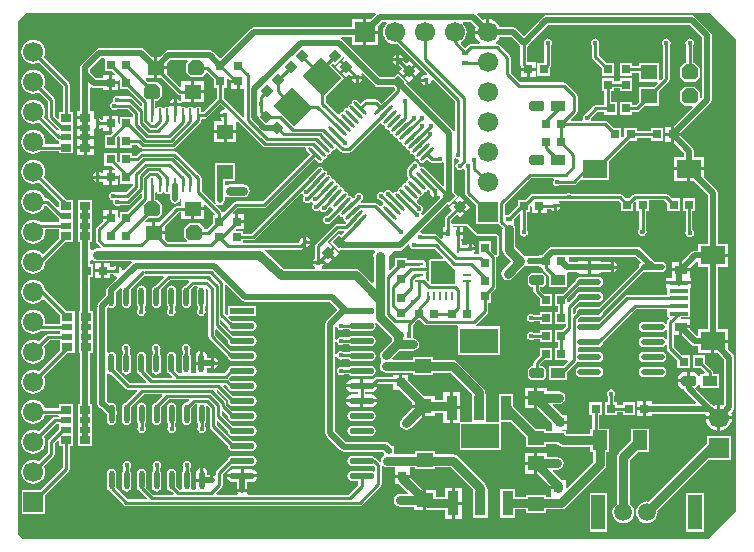
<source format=gtl>
G04*
G04 #@! TF.GenerationSoftware,Altium Limited,Altium Designer,18.1.9 (240)*
G04*
G04 Layer_Physical_Order=1*
G04 Layer_Color=255*
%FSLAX25Y25*%
%MOIN*%
G70*
G01*
G75*
%ADD11C,0.01000*%
%ADD13C,0.02000*%
%ADD20R,0.03000X0.03000*%
%ADD21R,0.07874X0.05906*%
%ADD22R,0.05000X0.03500*%
G04:AMPARAMS|DCode=23|XSize=50mil|YSize=35mil|CornerRadius=0mil|HoleSize=0mil|Usage=FLASHONLY|Rotation=180.000|XOffset=0mil|YOffset=0mil|HoleType=Round|Shape=Octagon|*
%AMOCTAGOND23*
4,1,8,-0.02500,0.00875,-0.02500,-0.00875,-0.01625,-0.01750,0.01625,-0.01750,0.02500,-0.00875,0.02500,0.00875,0.01625,0.01750,-0.01625,0.01750,-0.02500,0.00875,0.0*
%
%ADD23OCTAGOND23*%

%ADD24R,0.01968X0.01575*%
%ADD25R,0.03937X0.03937*%
%ADD26R,0.00984X0.03150*%
%ADD27O,0.03150X0.00984*%
%ADD28O,0.00984X0.03150*%
%ADD29R,0.01575X0.01968*%
%ADD30R,0.05000X0.06500*%
%ADD31P,0.04243X4X90.0*%
%ADD32P,0.04243X4X180.0*%
G04:AMPARAMS|DCode=33|XSize=94.49mil|YSize=86.61mil|CornerRadius=0mil|HoleSize=0mil|Usage=FLASHONLY|Rotation=315.000|XOffset=0mil|YOffset=0mil|HoleType=Round|Shape=Rectangle|*
%AMROTATEDRECTD33*
4,1,4,-0.06403,0.00278,-0.00278,0.06403,0.06403,-0.00278,0.00278,-0.06403,-0.06403,0.00278,0.0*
%
%ADD33ROTATEDRECTD33*%

G04:AMPARAMS|DCode=34|XSize=9.84mil|YSize=61.02mil|CornerRadius=0mil|HoleSize=0mil|Usage=FLASHONLY|Rotation=45.000|XOffset=0mil|YOffset=0mil|HoleType=Round|Shape=Round|*
%AMOVALD34*
21,1,0.05118,0.00984,0.00000,0.00000,135.0*
1,1,0.00984,0.01810,-0.01810*
1,1,0.00984,-0.01810,0.01810*
%
%ADD34OVALD34*%

G04:AMPARAMS|DCode=35|XSize=9.84mil|YSize=61.02mil|CornerRadius=0mil|HoleSize=0mil|Usage=FLASHONLY|Rotation=315.000|XOffset=0mil|YOffset=0mil|HoleType=Round|Shape=Round|*
%AMOVALD35*
21,1,0.05118,0.00984,0.00000,0.00000,45.0*
1,1,0.00984,-0.01810,-0.01810*
1,1,0.00984,0.01810,0.01810*
%
%ADD35OVALD35*%

%ADD36R,0.03000X0.03000*%
G04:AMPARAMS|DCode=37|XSize=55mil|YSize=50mil|CornerRadius=0mil|HoleSize=0mil|Usage=FLASHONLY|Rotation=0.000|XOffset=0mil|YOffset=0mil|HoleType=Round|Shape=Octagon|*
%AMOCTAGOND37*
4,1,8,0.02750,-0.01250,0.02750,0.01250,0.01500,0.02500,-0.01500,0.02500,-0.02750,0.01250,-0.02750,-0.01250,-0.01500,-0.02500,0.01500,-0.02500,0.02750,-0.01250,0.0*
%
%ADD37OCTAGOND37*%

%ADD38R,0.05500X0.05000*%
%ADD39R,0.06299X0.01378*%
%ADD40O,0.07874X0.02165*%
%ADD41R,0.12598X0.08268*%
%ADD42R,0.03543X0.08268*%
%ADD43R,0.05512X0.04724*%
%ADD44R,0.08268X0.02165*%
%ADD45O,0.08268X0.02165*%
%ADD46O,0.00984X0.04724*%
%ADD47R,0.00984X0.04724*%
%ADD48R,0.03543X0.02559*%
%ADD49R,0.03543X0.01968*%
%ADD50O,0.01772X0.06299*%
%ADD89C,0.03000*%
%ADD90R,0.06693X0.06693*%
%ADD91C,0.06693*%
%ADD92R,0.06693X0.06693*%
%ADD93R,0.04724X0.11811*%
%ADD94C,0.05906*%
%ADD95R,0.07874X0.05906*%
%ADD96R,0.03937X0.03150*%
%ADD97C,0.01600*%
G36*
X159878Y-49965D02*
Y-207035D01*
X150535Y-216378D01*
X-78035D01*
X-79628Y-214785D01*
Y-43715D01*
X-77035Y-41122D01*
X39364D01*
X39571Y-41622D01*
X38039Y-43154D01*
X36500D01*
Y-47000D01*
X40346D01*
Y-45461D01*
X41676Y-44131D01*
X43130D01*
X43290Y-44605D01*
X43185Y-44685D01*
X42553Y-45510D01*
X42155Y-46470D01*
X42020Y-47500D01*
X42155Y-48530D01*
X42553Y-49490D01*
X43185Y-50315D01*
X44010Y-50947D01*
X44970Y-51345D01*
X46000Y-51481D01*
X46840Y-51370D01*
X56656Y-61186D01*
X56564Y-61470D01*
X56440Y-61677D01*
X55798Y-61804D01*
X55202Y-62202D01*
X54804Y-62798D01*
X54764Y-63000D01*
X56500D01*
Y-63500D01*
X57000D01*
Y-65236D01*
X57202Y-65196D01*
X57798Y-64798D01*
X58196Y-64202D01*
X58323Y-63560D01*
X58530Y-63437D01*
X58814Y-63344D01*
X66056Y-70586D01*
Y-80544D01*
X65556Y-80594D01*
X65507Y-80347D01*
X65153Y-79818D01*
X49829Y-64494D01*
X50160Y-64162D01*
X47190Y-61192D01*
X45852Y-62531D01*
X41163D01*
X28478Y-49847D01*
X28157Y-49631D01*
X28308Y-49131D01*
X31653D01*
Y-51846D01*
X35500D01*
Y-47500D01*
Y-43154D01*
X31653D01*
Y-45869D01*
X-884D01*
X-884Y-45869D01*
X-1508Y-45993D01*
X-2038Y-46347D01*
X-11851Y-56160D01*
X-12399D01*
X-14513Y-54046D01*
X-15042Y-53693D01*
X-15666Y-53569D01*
X-29525D01*
X-29526Y-53569D01*
X-30150Y-53693D01*
X-30679Y-54046D01*
X-32433Y-55800D01*
X-33125D01*
Y-58800D01*
X-29875D01*
Y-57857D01*
X-28850Y-56831D01*
X-23210D01*
X-23019Y-57293D01*
X-23475Y-57750D01*
Y-60850D01*
X-21926Y-62400D01*
X-18326D01*
X-16775Y-60850D01*
X-16737Y-60834D01*
X-14225Y-63345D01*
Y-65959D01*
X-13247D01*
Y-69492D01*
X-17819Y-74064D01*
X-18455D01*
Y-73316D01*
X-18540Y-72890D01*
X-18781Y-72528D01*
X-19142Y-72287D01*
X-19568Y-72202D01*
X-19994Y-72287D01*
X-20356Y-72528D01*
X-20591Y-72880D01*
X-20645Y-72890D01*
X-21051D01*
X-21105Y-72880D01*
X-21340Y-72528D01*
X-21701Y-72287D01*
X-22127Y-72202D01*
X-22554Y-72287D01*
X-22915Y-72528D01*
X-23150Y-72880D01*
X-23204Y-72890D01*
X-23610D01*
X-23664Y-72880D01*
X-23899Y-72528D01*
X-24260Y-72287D01*
X-24686Y-72202D01*
X-25043Y-72273D01*
X-25296Y-72114D01*
X-25358Y-72055D01*
X-29133D01*
X-29195Y-72114D01*
X-29448Y-72273D01*
X-29805Y-72202D01*
X-30231Y-72287D01*
X-30592Y-72528D01*
X-30827Y-72880D01*
X-30881Y-72890D01*
X-31287D01*
X-31341Y-72880D01*
X-31576Y-72528D01*
X-31938Y-72287D01*
X-32364Y-72202D01*
X-32790Y-72287D01*
X-33151Y-72528D01*
X-33301Y-72753D01*
X-33801Y-72601D01*
Y-70400D01*
X-33075D01*
X-31525Y-68850D01*
Y-65750D01*
X-33075Y-64200D01*
X-36202D01*
X-37102Y-63300D01*
X-36895Y-62800D01*
X-34126D01*
Y-59300D01*
Y-55800D01*
X-34818D01*
X-37347Y-53271D01*
X-37876Y-52918D01*
X-38501Y-52794D01*
X-52460D01*
X-53085Y-52918D01*
X-53614Y-53271D01*
X-58354Y-58012D01*
X-58708Y-58541D01*
X-58832Y-59165D01*
Y-61500D01*
Y-73662D01*
X-59972D01*
Y-75441D01*
X-57201D01*
Y-76441D01*
X-59972D01*
Y-78221D01*
Y-78906D01*
X-57201D01*
Y-79906D01*
X-59972D01*
Y-81390D01*
Y-82055D01*
X-57201D01*
X-54429D01*
Y-79733D01*
X-53929Y-79466D01*
X-53702Y-79618D01*
X-53500Y-79658D01*
Y-77922D01*
Y-76186D01*
X-53702Y-76226D01*
X-53929Y-76378D01*
X-54429Y-76111D01*
Y-73662D01*
X-55569D01*
Y-66085D01*
X-55069Y-65818D01*
X-54902Y-65930D01*
X-54278Y-66054D01*
X-51185D01*
Y-66923D01*
X-49185D01*
Y-64423D01*
Y-61923D01*
X-51185D01*
Y-62791D01*
X-53602D01*
X-55569Y-60824D01*
Y-59841D01*
X-51785Y-56056D01*
X-51174D01*
X-50784Y-56322D01*
Y-60522D01*
X-48170D01*
X-47232Y-61461D01*
X-47423Y-61923D01*
X-48185D01*
Y-63923D01*
X-46185D01*
Y-63743D01*
X-45685Y-63475D01*
X-45667Y-63487D01*
Y-66523D01*
X-43053D01*
X-38247Y-71329D01*
Y-71839D01*
X-38709Y-72030D01*
X-41532Y-69207D01*
X-41896Y-68964D01*
X-42325Y-68878D01*
X-42325Y-68878D01*
X-45659D01*
X-45954Y-68681D01*
X-46500Y-68573D01*
X-47046Y-68681D01*
X-47509Y-68991D01*
X-47819Y-69454D01*
X-47927Y-70000D01*
X-47899Y-70142D01*
X-48046Y-70681D01*
X-48509Y-70991D01*
X-48819Y-71454D01*
X-48927Y-72000D01*
X-48819Y-72546D01*
X-48509Y-73009D01*
X-48046Y-73319D01*
X-47500Y-73427D01*
X-46954Y-73319D01*
X-46659Y-73122D01*
X-43065D01*
X-41447Y-74739D01*
Y-75330D01*
X-41466Y-75822D01*
X-45666D01*
Y-77974D01*
X-45684Y-77986D01*
X-46184Y-77719D01*
Y-75422D01*
X-48184D01*
Y-77922D01*
Y-80715D01*
X-48114Y-80884D01*
X-49052Y-81822D01*
X-50784D01*
Y-86022D01*
X-46584D01*
Y-82526D01*
X-46166Y-82108D01*
X-45666Y-82315D01*
Y-86022D01*
X-41466D01*
Y-85044D01*
X-39824D01*
X-38874Y-85993D01*
X-38510Y-86236D01*
X-38081Y-86322D01*
X-38081Y-86322D01*
X-28000D01*
X-28000Y-86322D01*
X-27571Y-86236D01*
X-27207Y-85993D01*
X-19337Y-78123D01*
X-19142Y-78085D01*
X-18781Y-77843D01*
X-18540Y-77482D01*
X-18455Y-77056D01*
Y-76809D01*
X-18447Y-76768D01*
X-18396Y-76307D01*
X-17355D01*
X-17355Y-76307D01*
X-16925Y-76222D01*
X-16561Y-75979D01*
X-12125Y-71543D01*
X-10784Y-72884D01*
X-10948Y-73427D01*
X-11268Y-73490D01*
X-11864Y-73888D01*
X-12262Y-74484D01*
X-12302Y-74686D01*
X-10566D01*
Y-75686D01*
X-12302D01*
X-12262Y-75888D01*
X-11864Y-76484D01*
X-11688Y-76601D01*
Y-77245D01*
X-14322D01*
Y-80107D01*
X-10566D01*
X-6810D01*
Y-77565D01*
X-6310Y-77358D01*
X1891Y-85559D01*
X1891Y-85559D01*
X2255Y-85802D01*
X2684Y-85887D01*
X2684Y-85887D01*
X15892D01*
X16308Y-86358D01*
X16393Y-86784D01*
X16634Y-87145D01*
X17651Y-88162D01*
X1934Y-103878D01*
X-6944D01*
X-7373Y-103964D01*
X-7737Y-104207D01*
X-7737Y-104207D01*
X-11050Y-107520D01*
X-11589Y-107371D01*
X-11597Y-107360D01*
X-11832Y-107007D01*
X-11833Y-107007D01*
X-13663Y-105176D01*
X-13380Y-104832D01*
Y-104832D01*
X-13356Y-104803D01*
X-13021Y-105004D01*
X-12946Y-105019D01*
X-12397Y-105128D01*
X-11772Y-105004D01*
X-11243Y-104650D01*
X-10890Y-104121D01*
X-10766Y-103497D01*
Y-102281D01*
X-10266Y-102013D01*
X-9870Y-102278D01*
X-9050Y-102441D01*
X-4500D01*
X-3681Y-102278D01*
X-2986Y-101814D01*
X-2522Y-101119D01*
X-2359Y-100300D01*
X-2522Y-99480D01*
X-2986Y-98786D01*
X-3681Y-98321D01*
X-4500Y-98159D01*
X-9050D01*
X-9870Y-98321D01*
X-10266Y-98586D01*
X-10766Y-98319D01*
Y-96955D01*
X-7210D01*
Y-91031D01*
X-13922D01*
Y-95290D01*
X-14028Y-95824D01*
Y-100300D01*
Y-103497D01*
X-13919Y-104046D01*
X-13904Y-104121D01*
X-13703Y-104456D01*
X-13732Y-104480D01*
X-13732D01*
X-13751Y-104495D01*
X-14076Y-104763D01*
X-18447Y-100393D01*
Y-96217D01*
X-18447Y-96217D01*
X-18532Y-95788D01*
X-18775Y-95424D01*
X-26670Y-87529D01*
X-27033Y-87286D01*
X-27463Y-87201D01*
X-27463Y-87201D01*
X-38292D01*
X-38292Y-87201D01*
X-38721Y-87286D01*
X-39085Y-87529D01*
X-39085Y-87529D01*
X-40356Y-88801D01*
X-41467D01*
Y-87822D01*
X-45667D01*
Y-90701D01*
X-46129Y-90892D01*
X-46585Y-90436D01*
Y-87822D01*
X-50785D01*
Y-92022D01*
X-48171D01*
X-47233Y-92960D01*
X-47424Y-93422D01*
X-48125D01*
Y-95422D01*
X-46126D01*
Y-95303D01*
X-45625Y-95036D01*
X-45607Y-95048D01*
Y-98022D01*
X-41447D01*
Y-98683D01*
X-43643Y-100878D01*
X-47159D01*
X-47454Y-100681D01*
X-48000Y-100573D01*
X-48546Y-100681D01*
X-49009Y-100991D01*
X-49319Y-101454D01*
X-49427Y-102000D01*
X-49319Y-102546D01*
X-49009Y-103009D01*
X-48546Y-103319D01*
X-48000Y-103427D01*
X-47911Y-103916D01*
X-47927Y-104000D01*
X-47819Y-104546D01*
X-47509Y-105009D01*
X-47046Y-105319D01*
X-46500Y-105427D01*
X-45954Y-105319D01*
X-45659Y-105122D01*
X-42915D01*
X-42915Y-105122D01*
X-42486Y-105036D01*
X-42122Y-104793D01*
X-38709Y-101380D01*
X-38247Y-101571D01*
Y-102516D01*
X-43053Y-107322D01*
X-45667D01*
Y-109475D01*
X-45685Y-109487D01*
X-46185Y-109219D01*
Y-106922D01*
X-48185D01*
Y-109422D01*
X-48685D01*
Y-109922D01*
X-51185D01*
Y-110336D01*
X-53293Y-112444D01*
X-53536Y-112808D01*
X-53622Y-113238D01*
X-53622Y-113238D01*
Y-117000D01*
X-53622Y-117000D01*
X-53536Y-117429D01*
X-53293Y-117793D01*
X-51996Y-119090D01*
X-52203Y-119590D01*
X-53390D01*
X-54209Y-119753D01*
X-54597Y-120012D01*
X-55041Y-120147D01*
D01*
X-55069Y-120157D01*
X-55569Y-119802D01*
Y-117355D01*
X-54979D01*
Y-114095D01*
X-54979Y-113596D01*
X-54979D01*
Y-113595D01*
X-54979D01*
Y-110446D01*
Y-107776D01*
X-54979Y-107277D01*
X-54979D01*
Y-107276D01*
X-54979D01*
Y-103517D01*
X-59722D01*
Y-106777D01*
X-59722Y-107276D01*
X-59722D01*
Y-107277D01*
X-59722D01*
Y-110446D01*
Y-113096D01*
X-59722Y-113595D01*
X-59722D01*
Y-113596D01*
X-59722D01*
Y-117355D01*
X-58832D01*
Y-140581D01*
X-59222D01*
Y-143841D01*
X-59222Y-144340D01*
X-59222D01*
Y-144341D01*
X-59222D01*
Y-147509D01*
Y-150160D01*
X-59222Y-150659D01*
X-59222D01*
Y-150660D01*
X-59222D01*
Y-154419D01*
X-58832D01*
Y-171581D01*
X-59572D01*
Y-174841D01*
X-59572Y-175340D01*
X-59572D01*
Y-175341D01*
X-59572D01*
Y-178509D01*
Y-181160D01*
X-59572Y-181659D01*
X-59572D01*
Y-181660D01*
X-59572D01*
Y-185419D01*
X-54829D01*
Y-182159D01*
X-54829Y-181660D01*
X-54829D01*
Y-181659D01*
X-54829D01*
Y-178509D01*
Y-175840D01*
X-54829Y-175341D01*
X-54829D01*
Y-175340D01*
X-54829D01*
Y-171581D01*
X-55569D01*
Y-154419D01*
X-54479D01*
Y-151159D01*
X-54479Y-150660D01*
X-54479D01*
Y-150659D01*
X-54479D01*
Y-147509D01*
Y-144840D01*
X-54479Y-144341D01*
X-54479D01*
Y-144340D01*
X-54479D01*
Y-140581D01*
X-55569D01*
Y-129100D01*
X-54459D01*
Y-124900D01*
X-55569D01*
Y-123661D01*
X-55069Y-123306D01*
X-55041Y-123316D01*
D01*
X-54597Y-123451D01*
X-54209Y-123710D01*
X-53390Y-123873D01*
X-41859D01*
X-41857Y-123875D01*
X-41680Y-124373D01*
X-44180Y-126873D01*
X-44723Y-126709D01*
X-44804Y-126298D01*
X-45202Y-125703D01*
X-45798Y-125305D01*
X-46000Y-125265D01*
Y-127000D01*
X-47000D01*
Y-125265D01*
X-47202Y-125305D01*
X-47798Y-125703D01*
X-47915Y-125879D01*
X-48941D01*
Y-124500D01*
X-50941D01*
Y-127000D01*
Y-129500D01*
X-48941D01*
Y-128122D01*
X-47915D01*
X-47798Y-128298D01*
X-47202Y-128696D01*
X-46792Y-128778D01*
X-46627Y-129320D01*
X-49654Y-132346D01*
X-50007Y-132876D01*
X-50131Y-133500D01*
Y-134988D01*
X-52653Y-137510D01*
X-53007Y-138039D01*
X-53131Y-138664D01*
X-53105Y-138799D01*
X-53131Y-138934D01*
Y-171038D01*
Y-171308D01*
X-53007Y-171932D01*
X-52653Y-172462D01*
X-52124Y-172815D01*
X-52007Y-172839D01*
X-49982Y-174864D01*
X-49905Y-175249D01*
Y-176927D01*
X-49790Y-177507D01*
X-49461Y-177999D01*
X-48970Y-178327D01*
X-48390Y-178442D01*
X-47810Y-178327D01*
X-47319Y-177999D01*
X-46990Y-177507D01*
X-46875Y-176927D01*
Y-175249D01*
X-46759Y-174664D01*
Y-174148D01*
X-46875Y-173563D01*
Y-172400D01*
X-46990Y-171820D01*
X-47319Y-171329D01*
X-47810Y-171000D01*
X-48390Y-170885D01*
X-48970Y-171000D01*
X-49126Y-171105D01*
X-49869Y-170362D01*
Y-161585D01*
X-49369Y-161334D01*
X-49080Y-161527D01*
X-48500Y-161642D01*
X-48339Y-161610D01*
X-43610Y-166339D01*
X-43610Y-166339D01*
X-43246Y-166583D01*
X-42817Y-166668D01*
X-42817Y-166668D01*
X-40044D01*
X-39852Y-167130D01*
X-43661Y-170939D01*
X-43970Y-171000D01*
X-44461Y-171329D01*
X-44790Y-171820D01*
X-44905Y-172400D01*
Y-176927D01*
X-44790Y-177507D01*
X-44461Y-177999D01*
X-43970Y-178327D01*
X-43390Y-178442D01*
X-42810Y-178327D01*
X-42319Y-177999D01*
X-41990Y-177507D01*
X-41875Y-176927D01*
Y-172400D01*
X-41888Y-172337D01*
X-37760Y-168210D01*
X-31661D01*
X-31470Y-168672D01*
X-33755Y-170958D01*
X-33970Y-171000D01*
X-34461Y-171329D01*
X-34790Y-171820D01*
X-34905Y-172400D01*
Y-176927D01*
X-34790Y-177507D01*
X-34461Y-177999D01*
X-33970Y-178327D01*
X-33390Y-178442D01*
X-32810Y-178327D01*
X-32319Y-177999D01*
X-31990Y-177507D01*
X-31875Y-176927D01*
Y-172400D01*
X-31900Y-172275D01*
X-29435Y-169810D01*
X-22761D01*
X-22570Y-170272D01*
X-23217Y-170919D01*
X-23390Y-170885D01*
X-23970Y-171000D01*
X-24461Y-171329D01*
X-24790Y-171820D01*
X-24905Y-172400D01*
Y-176927D01*
X-24790Y-177507D01*
X-24461Y-177999D01*
X-23970Y-178327D01*
X-23390Y-178442D01*
X-22810Y-178327D01*
X-22319Y-177999D01*
X-21990Y-177507D01*
X-21875Y-176927D01*
Y-172750D01*
X-20535Y-171410D01*
X-20071D01*
X-19807Y-171910D01*
X-19905Y-172400D01*
Y-176927D01*
X-19790Y-177507D01*
X-19512Y-177923D01*
Y-178797D01*
X-19709Y-179092D01*
X-19817Y-179638D01*
X-19709Y-180185D01*
X-19399Y-180648D01*
X-18936Y-180957D01*
X-18390Y-181066D01*
X-17844Y-180957D01*
X-17381Y-180648D01*
X-17071Y-180185D01*
X-16962Y-179638D01*
X-17071Y-179092D01*
X-17268Y-178797D01*
Y-177923D01*
X-16990Y-177507D01*
X-16875Y-176927D01*
Y-172400D01*
X-16904Y-172253D01*
X-16444Y-172006D01*
X-15621Y-172828D01*
Y-178864D01*
X-15622Y-178864D01*
X-15536Y-179293D01*
X-15293Y-179657D01*
X-9638Y-185311D01*
X-9649Y-185364D01*
X-9518Y-186020D01*
X-9146Y-186577D01*
X-8590Y-186949D01*
X-7933Y-187079D01*
X-1831D01*
X-1174Y-186949D01*
X-618Y-186577D01*
X-246Y-186020D01*
X-115Y-185364D01*
X-246Y-184707D01*
X-618Y-184151D01*
X-1174Y-183779D01*
X-1831Y-183648D01*
X-7933D01*
X-8097Y-183681D01*
X-13378Y-178399D01*
Y-177225D01*
X-12916Y-177033D01*
X-9638Y-180311D01*
X-9649Y-180364D01*
X-9518Y-181020D01*
X-9146Y-181577D01*
X-8590Y-181949D01*
X-7933Y-182079D01*
X-1831D01*
X-1174Y-181949D01*
X-618Y-181577D01*
X-246Y-181020D01*
X-115Y-180364D01*
X-246Y-179707D01*
X-618Y-179150D01*
X-1174Y-178779D01*
X-1831Y-178648D01*
X-7933D01*
X-8097Y-178681D01*
X-11778Y-174999D01*
Y-173867D01*
X-11316Y-173676D01*
X-9645Y-175347D01*
X-9649Y-175364D01*
X-9518Y-176020D01*
X-9146Y-176577D01*
X-8590Y-176949D01*
X-7933Y-177079D01*
X-1831D01*
X-1174Y-176949D01*
X-618Y-176577D01*
X-246Y-176020D01*
X-115Y-175364D01*
X-246Y-174707D01*
X-618Y-174151D01*
X-1174Y-173779D01*
X-1831Y-173648D01*
X-7933D01*
X-8132Y-173688D01*
X-10178Y-171641D01*
Y-171038D01*
X-10264Y-170609D01*
X-10507Y-170245D01*
X-10507Y-170245D01*
X-13306Y-167446D01*
X-13142Y-166903D01*
X-13062Y-166887D01*
X-9638Y-170311D01*
X-9649Y-170364D01*
X-9518Y-171020D01*
X-9146Y-171577D01*
X-8590Y-171949D01*
X-7933Y-172079D01*
X-1831D01*
X-1174Y-171949D01*
X-618Y-171577D01*
X-246Y-171020D01*
X-115Y-170364D01*
X-246Y-169707D01*
X-618Y-169150D01*
X-1174Y-168779D01*
X-1831Y-168648D01*
X-7933D01*
X-8097Y-168681D01*
X-11305Y-165472D01*
X-11114Y-165010D01*
X-10440D01*
X-9540Y-165910D01*
X-9518Y-166020D01*
X-9146Y-166577D01*
X-8590Y-166949D01*
X-7933Y-167079D01*
X-1831D01*
X-1174Y-166949D01*
X-618Y-166577D01*
X-246Y-166020D01*
X-115Y-165364D01*
X-246Y-164707D01*
X-618Y-164151D01*
X-1174Y-163779D01*
X-1831Y-163648D01*
X-7933D01*
X-8514Y-163764D01*
X-9182Y-163095D01*
X-9224Y-162673D01*
X-8514Y-161964D01*
X-7933Y-162079D01*
X-1831D01*
X-1174Y-161949D01*
X-618Y-161577D01*
X-246Y-161020D01*
X-115Y-160364D01*
X-246Y-159707D01*
X-618Y-159151D01*
X-1174Y-158779D01*
X-1831Y-158648D01*
X-7933D01*
X-8590Y-158779D01*
X-9146Y-159151D01*
X-9518Y-159707D01*
X-9540Y-159818D01*
X-10889Y-161167D01*
X-16371D01*
X-16685Y-160667D01*
X-16577Y-160127D01*
Y-159495D01*
X-15465D01*
X-15369Y-159559D01*
X-15166Y-159599D01*
Y-157864D01*
Y-156128D01*
X-15369Y-156168D01*
X-15465Y-156232D01*
X-16577D01*
Y-155600D01*
X-16724Y-154864D01*
X-17140Y-154240D01*
X-17764Y-153823D01*
X-18000Y-153777D01*
Y-157864D01*
X-18500D01*
Y-158364D01*
X-20423D01*
Y-160127D01*
X-20315Y-160667D01*
X-20629Y-161167D01*
X-21877D01*
X-22081Y-160786D01*
X-22092Y-160667D01*
X-21985Y-160127D01*
Y-155600D01*
X-22100Y-155020D01*
X-22378Y-154604D01*
Y-153730D01*
X-22181Y-153435D01*
X-22073Y-152889D01*
X-22181Y-152343D01*
X-22491Y-151880D01*
X-22954Y-151570D01*
X-23500Y-151462D01*
X-24046Y-151570D01*
X-24509Y-151880D01*
X-24819Y-152343D01*
X-24927Y-152889D01*
X-24819Y-153435D01*
X-24622Y-153730D01*
Y-154604D01*
X-24900Y-155020D01*
X-25015Y-155600D01*
Y-160127D01*
X-24908Y-160667D01*
X-24919Y-160786D01*
X-25123Y-161167D01*
X-26111D01*
X-27013Y-160265D01*
X-26985Y-160127D01*
Y-155600D01*
X-27100Y-155020D01*
X-27429Y-154529D01*
X-27920Y-154200D01*
X-28500Y-154085D01*
X-29080Y-154200D01*
X-29571Y-154529D01*
X-29900Y-155020D01*
X-30015Y-155600D01*
Y-160127D01*
X-29900Y-160707D01*
X-29571Y-161199D01*
X-29080Y-161527D01*
X-28884Y-161566D01*
X-28145Y-162305D01*
X-28336Y-162767D01*
X-34780D01*
X-37057Y-160490D01*
X-36985Y-160127D01*
Y-155600D01*
X-37100Y-155020D01*
X-37429Y-154529D01*
X-37920Y-154200D01*
X-38500Y-154085D01*
X-39080Y-154200D01*
X-39571Y-154529D01*
X-39900Y-155020D01*
X-40015Y-155600D01*
Y-160127D01*
X-39900Y-160707D01*
X-39571Y-161199D01*
X-39277Y-161395D01*
X-39183Y-161536D01*
X-36814Y-163905D01*
X-37005Y-164367D01*
X-38888D01*
X-38888Y-164367D01*
X-39178Y-164425D01*
X-42353D01*
X-46985Y-159792D01*
Y-155600D01*
X-47100Y-155020D01*
X-47429Y-154529D01*
X-47920Y-154200D01*
X-48500Y-154085D01*
X-49080Y-154200D01*
X-49369Y-154393D01*
X-49869Y-154142D01*
Y-139364D01*
X-49486Y-139055D01*
X-49080Y-139327D01*
X-48500Y-139442D01*
X-47920Y-139327D01*
X-47429Y-138999D01*
X-47100Y-138507D01*
X-46985Y-137927D01*
Y-136249D01*
X-46869Y-135664D01*
Y-134176D01*
X-45339Y-132646D01*
X-44923Y-132937D01*
X-45015Y-133400D01*
Y-137927D01*
X-44900Y-138507D01*
X-44571Y-138999D01*
X-44080Y-139327D01*
X-43500Y-139442D01*
X-42920Y-139327D01*
X-42429Y-138999D01*
X-42100Y-138507D01*
X-41985Y-137927D01*
Y-133400D01*
X-42022Y-133213D01*
X-37425Y-128616D01*
X-37395Y-128622D01*
X-31131D01*
X-30939Y-129084D01*
X-33801Y-131945D01*
X-34080Y-132000D01*
X-34571Y-132329D01*
X-34900Y-132820D01*
X-35015Y-133400D01*
Y-137927D01*
X-34900Y-138507D01*
X-34571Y-138999D01*
X-34080Y-139327D01*
X-33500Y-139442D01*
X-32920Y-139327D01*
X-32429Y-138999D01*
X-32100Y-138507D01*
X-31985Y-137927D01*
Y-133400D01*
X-32001Y-133318D01*
X-28933Y-130249D01*
X-28903Y-130255D01*
X-22908D01*
X-22716Y-130717D01*
X-23980Y-131980D01*
X-24080Y-132000D01*
X-24571Y-132329D01*
X-24900Y-132820D01*
X-25015Y-133400D01*
Y-137927D01*
X-24900Y-138507D01*
X-24571Y-138999D01*
X-24080Y-139327D01*
X-23500Y-139442D01*
X-22920Y-139327D01*
X-22429Y-138999D01*
X-22100Y-138507D01*
X-21985Y-137927D01*
Y-133400D01*
X-22025Y-133198D01*
X-20948Y-132122D01*
X-20034D01*
X-19767Y-132622D01*
X-19900Y-132820D01*
X-20015Y-133400D01*
Y-137927D01*
X-19900Y-138507D01*
X-19622Y-138923D01*
Y-139797D01*
X-19819Y-140092D01*
X-19927Y-140638D01*
X-19819Y-141185D01*
X-19509Y-141648D01*
X-19046Y-141957D01*
X-18500Y-142066D01*
X-17954Y-141957D01*
X-17491Y-141648D01*
X-17181Y-141185D01*
X-17073Y-140638D01*
X-17181Y-140092D01*
X-17379Y-139797D01*
Y-138923D01*
X-17100Y-138507D01*
X-16985Y-137927D01*
Y-133400D01*
X-17030Y-133176D01*
X-16569Y-132930D01*
X-16122Y-133377D01*
Y-148864D01*
X-16122Y-148864D01*
X-16036Y-149293D01*
X-15793Y-149657D01*
X-9540Y-155910D01*
X-9518Y-156020D01*
X-9146Y-156577D01*
X-8590Y-156949D01*
X-7933Y-157079D01*
X-1831D01*
X-1174Y-156949D01*
X-618Y-156577D01*
X-246Y-156020D01*
X-115Y-155364D01*
X-246Y-154707D01*
X-618Y-154150D01*
X-1174Y-153779D01*
X-1831Y-153648D01*
X-7933D01*
X-8514Y-153764D01*
X-13879Y-148399D01*
Y-146725D01*
X-13417Y-146533D01*
X-9638Y-150311D01*
X-9649Y-150364D01*
X-9518Y-151020D01*
X-9146Y-151577D01*
X-8590Y-151949D01*
X-7933Y-152079D01*
X-1831D01*
X-1174Y-151949D01*
X-618Y-151577D01*
X-246Y-151020D01*
X-115Y-150364D01*
X-246Y-149707D01*
X-618Y-149151D01*
X-1174Y-148779D01*
X-1831Y-148648D01*
X-7933D01*
X-8097Y-148681D01*
X-12278Y-144499D01*
Y-143584D01*
X-11817Y-143393D01*
X-9600Y-145609D01*
X-9518Y-146020D01*
X-9146Y-146577D01*
X-8590Y-146949D01*
X-7933Y-147079D01*
X-1831D01*
X-1174Y-146949D01*
X-618Y-146577D01*
X-246Y-146020D01*
X-115Y-145364D01*
X-246Y-144707D01*
X-618Y-144150D01*
X-1174Y-143779D01*
X-1831Y-143648D01*
X-7933D01*
X-8313Y-143724D01*
X-9491Y-142546D01*
X-9284Y-142046D01*
X-148D01*
Y-138681D01*
X-9616D01*
Y-141714D01*
X-10116Y-141921D01*
X-10678Y-141359D01*
Y-131839D01*
X-10216Y-131648D01*
X-5061Y-136803D01*
X-4532Y-137157D01*
X-3907Y-137281D01*
X24244D01*
X26943Y-139980D01*
X23347Y-143577D01*
X22993Y-144106D01*
X22869Y-144730D01*
Y-181230D01*
X22993Y-181854D01*
X23347Y-182384D01*
X27847Y-186884D01*
X28376Y-187237D01*
X29000Y-187362D01*
X42062D01*
X42436Y-187735D01*
Y-188330D01*
X42192Y-188730D01*
X42005Y-188854D01*
X41541Y-189549D01*
X41378Y-190368D01*
X41405Y-190500D01*
X40944Y-190747D01*
X39768Y-189571D01*
X39404Y-189328D01*
X39243Y-189295D01*
X39146Y-189151D01*
X38590Y-188779D01*
X37933Y-188648D01*
X31831D01*
X31174Y-188779D01*
X30618Y-189151D01*
X30246Y-189707D01*
X30115Y-190364D01*
X30246Y-191020D01*
X30618Y-191577D01*
X31174Y-191949D01*
X31831Y-192079D01*
X37933D01*
X38590Y-191949D01*
X38820Y-191795D01*
X39378Y-192353D01*
Y-193704D01*
X38878Y-193972D01*
X38590Y-193779D01*
X37933Y-193648D01*
X31831D01*
X31174Y-193779D01*
X30618Y-194150D01*
X30246Y-194707D01*
X30115Y-195364D01*
X30246Y-196020D01*
X30618Y-196577D01*
X31174Y-196949D01*
X31831Y-197079D01*
X33760D01*
Y-198317D01*
X30435Y-201642D01*
X-3059D01*
X-3326Y-201142D01*
X-3186Y-200932D01*
X-3146Y-200730D01*
X-6618D01*
X-6577Y-200932D01*
X-6437Y-201142D01*
X-6705Y-201642D01*
X-13398D01*
X-13589Y-201180D01*
X-11707Y-199298D01*
X-11707Y-199298D01*
X-11464Y-198934D01*
X-11378Y-198505D01*
Y-194828D01*
X-8514Y-191964D01*
X-7933Y-192079D01*
X-1831D01*
X-1174Y-191949D01*
X-618Y-191577D01*
X-246Y-191020D01*
X-115Y-190364D01*
X-246Y-189707D01*
X-618Y-189151D01*
X-1174Y-188779D01*
X-1831Y-188648D01*
X-7933D01*
X-8590Y-188779D01*
X-9146Y-189151D01*
X-9518Y-189707D01*
X-9540Y-189818D01*
X-13293Y-193571D01*
X-13536Y-193935D01*
X-13622Y-194364D01*
X-13622Y-194364D01*
Y-195018D01*
X-14121Y-195286D01*
X-14298Y-195168D01*
X-14500Y-195128D01*
Y-196864D01*
X-15500D01*
Y-195128D01*
X-15702Y-195168D01*
X-15798Y-195232D01*
X-16467D01*
Y-194600D01*
X-16614Y-193864D01*
X-17030Y-193240D01*
X-17654Y-192824D01*
X-17890Y-192777D01*
Y-196864D01*
X-18390D01*
Y-197364D01*
X-20313D01*
Y-199127D01*
X-20230Y-199542D01*
X-20603Y-200042D01*
X-21659D01*
X-21958Y-199542D01*
X-21875Y-199127D01*
Y-194600D01*
X-21990Y-194020D01*
X-22268Y-193604D01*
Y-192730D01*
X-22071Y-192435D01*
X-21963Y-191889D01*
X-22071Y-191343D01*
X-22381Y-190880D01*
X-22844Y-190570D01*
X-23390Y-190462D01*
X-23936Y-190570D01*
X-24399Y-190880D01*
X-24709Y-191343D01*
X-24817Y-191889D01*
X-24709Y-192435D01*
X-24511Y-192730D01*
Y-193604D01*
X-24790Y-194020D01*
X-24905Y-194600D01*
Y-199127D01*
X-24822Y-199542D01*
X-25121Y-200042D01*
X-25735D01*
X-26875Y-198902D01*
Y-194600D01*
X-26990Y-194020D01*
X-27319Y-193529D01*
X-27810Y-193200D01*
X-28390Y-193085D01*
X-28970Y-193200D01*
X-29461Y-193529D01*
X-29790Y-194020D01*
X-29905Y-194600D01*
Y-199127D01*
X-29790Y-199707D01*
X-29461Y-200199D01*
X-28970Y-200527D01*
X-28390Y-200642D01*
X-28321Y-200629D01*
X-27770Y-201180D01*
X-27961Y-201642D01*
X-34635D01*
X-36921Y-199357D01*
X-36875Y-199127D01*
Y-194600D01*
X-36990Y-194020D01*
X-37319Y-193529D01*
X-37810Y-193200D01*
X-38390Y-193085D01*
X-38970Y-193200D01*
X-39461Y-193529D01*
X-39790Y-194020D01*
X-39905Y-194600D01*
Y-199127D01*
X-39790Y-199707D01*
X-39461Y-200199D01*
X-38970Y-200527D01*
X-38911Y-200539D01*
X-36670Y-202780D01*
X-36861Y-203242D01*
X-43035D01*
X-46921Y-199357D01*
X-46875Y-199127D01*
Y-194600D01*
X-46990Y-194020D01*
X-47319Y-193529D01*
X-47810Y-193200D01*
X-48390Y-193085D01*
X-48970Y-193200D01*
X-49461Y-193529D01*
X-49790Y-194020D01*
X-49905Y-194600D01*
Y-199127D01*
X-49790Y-199707D01*
X-49461Y-200199D01*
X-48970Y-200527D01*
X-48911Y-200539D01*
X-44293Y-205157D01*
X-44293Y-205157D01*
X-43929Y-205400D01*
X-43500Y-205485D01*
X-43500Y-205485D01*
X34310D01*
X34310Y-205485D01*
X34739Y-205400D01*
X35103Y-205157D01*
X41293Y-198966D01*
X41293Y-198966D01*
X41536Y-198602D01*
X41622Y-198173D01*
X41622Y-198173D01*
Y-192181D01*
X41722Y-192103D01*
X42122Y-191960D01*
X42700Y-192346D01*
X43519Y-192509D01*
X46004D01*
X46020Y-193002D01*
X46020Y-193009D01*
Y-195002D01*
X48520D01*
X51020D01*
Y-193009D01*
X51020Y-193002D01*
X51036Y-192509D01*
X52664D01*
Y-193137D01*
X59376D01*
Y-192509D01*
X64558D01*
X72148Y-200099D01*
Y-209322D01*
X76891D01*
Y-199855D01*
X76661D01*
Y-199443D01*
X76498Y-198624D01*
X76034Y-197929D01*
X66959Y-188854D01*
X66264Y-188390D01*
X65445Y-188227D01*
X59376D01*
Y-187213D01*
X52664D01*
Y-188227D01*
X45604D01*
Y-187180D01*
X45651Y-186943D01*
X45604Y-186706D01*
Y-185556D01*
X44939D01*
X43960Y-184577D01*
X43431Y-184223D01*
X42807Y-184099D01*
X42557Y-184149D01*
X42307Y-184099D01*
X29676D01*
X26131Y-180554D01*
Y-155681D01*
X26631Y-155632D01*
X26660Y-155776D01*
X26970Y-156239D01*
X27433Y-156549D01*
X27979Y-156658D01*
X28525Y-156549D01*
X28820Y-156352D01*
X30467D01*
X30618Y-156577D01*
X31174Y-156949D01*
X31831Y-157079D01*
X37933D01*
X38590Y-156949D01*
X39146Y-156577D01*
X39518Y-156020D01*
X39649Y-155364D01*
X39518Y-154707D01*
X39146Y-154150D01*
X38590Y-153779D01*
X37933Y-153648D01*
X31831D01*
X31174Y-153779D01*
X30680Y-154109D01*
X28820D01*
X28525Y-153911D01*
X27979Y-153803D01*
X27433Y-153911D01*
X26970Y-154221D01*
X26660Y-154684D01*
X26631Y-154828D01*
X26131Y-154779D01*
Y-150815D01*
X26631Y-150766D01*
X26660Y-150910D01*
X26970Y-151373D01*
X27433Y-151682D01*
X27979Y-151791D01*
X28525Y-151682D01*
X28820Y-151485D01*
X30556D01*
X30618Y-151577D01*
X31174Y-151949D01*
X31831Y-152079D01*
X37933D01*
X38590Y-151949D01*
X39146Y-151577D01*
X39518Y-151020D01*
X39649Y-150364D01*
X39518Y-149707D01*
X39146Y-149151D01*
X38590Y-148779D01*
X37933Y-148648D01*
X31831D01*
X31174Y-148779D01*
X30618Y-149151D01*
X30556Y-149242D01*
X28820D01*
X28525Y-149045D01*
X27979Y-148936D01*
X27433Y-149045D01*
X26970Y-149354D01*
X26660Y-149817D01*
X26631Y-149962D01*
X26131Y-149913D01*
Y-145708D01*
X26631Y-145659D01*
X26681Y-145910D01*
X26991Y-146373D01*
X27454Y-146682D01*
X28000Y-146791D01*
X28546Y-146682D01*
X28841Y-146485D01*
X30556D01*
X30618Y-146577D01*
X31174Y-146949D01*
X31831Y-147079D01*
X37933D01*
X38590Y-146949D01*
X39146Y-146577D01*
X39518Y-146020D01*
X39649Y-145364D01*
X39518Y-144707D01*
X39310Y-144396D01*
X39699Y-144078D01*
X45008Y-149387D01*
Y-150289D01*
X41604Y-153693D01*
X41140Y-154387D01*
X40977Y-155207D01*
X41140Y-156026D01*
X41273Y-156225D01*
X41534Y-156616D01*
X41535Y-156711D01*
X41534Y-157188D01*
Y-157188D01*
X41382Y-157625D01*
X41140Y-157987D01*
X40977Y-158807D01*
X41140Y-159626D01*
X41604Y-160321D01*
X42298Y-160785D01*
X43118Y-160948D01*
X45928D01*
Y-161100D01*
X50128D01*
Y-160948D01*
X52144D01*
Y-161769D01*
X58856D01*
Y-160948D01*
X64420D01*
X71628Y-168156D01*
Y-177414D01*
X68228D01*
X67765Y-177414D01*
X67716Y-176952D01*
Y-173220D01*
X65445D01*
Y-177854D01*
X67109D01*
X67573Y-177854D01*
X67620Y-178337D01*
Y-186881D01*
X81419D01*
Y-177454D01*
X84753D01*
X89664Y-182365D01*
Y-185655D01*
X96376D01*
Y-184700D01*
X100133D01*
X100447Y-185014D01*
X101142Y-185478D01*
X101961Y-185641D01*
X111150D01*
Y-187350D01*
X112109D01*
Y-190661D01*
X103481Y-199288D01*
X103019Y-199097D01*
Y-196809D01*
X101606D01*
X98651Y-193853D01*
X98842Y-193391D01*
X100078D01*
X100898Y-193228D01*
X101593Y-192764D01*
X102057Y-192069D01*
X102220Y-191250D01*
X102057Y-190431D01*
X101593Y-189736D01*
X100898Y-189272D01*
X100078Y-189109D01*
X96776D01*
Y-187888D01*
X93520D01*
Y-191250D01*
Y-194778D01*
X97550Y-198809D01*
X100519D01*
Y-199809D01*
X98019D01*
Y-201809D01*
X98019D01*
X97964Y-202286D01*
X96376D01*
Y-201674D01*
X89664D01*
Y-202286D01*
X85947D01*
Y-199855D01*
X81203D01*
Y-209322D01*
X85947D01*
Y-206568D01*
X89664D01*
Y-207598D01*
X96376D01*
Y-206568D01*
X101371D01*
X101578Y-206527D01*
X102619D01*
Y-206118D01*
X102885Y-205941D01*
X115764Y-193062D01*
X116228Y-192367D01*
X116391Y-191548D01*
Y-187350D01*
X117350D01*
Y-179650D01*
X114063D01*
Y-175100D01*
X115041D01*
Y-170900D01*
X110841D01*
Y-175100D01*
X111820D01*
Y-179650D01*
X111150D01*
Y-181359D01*
X103119D01*
Y-180458D01*
X101636D01*
X101619Y-180440D01*
X101834Y-179940D01*
X103519D01*
Y-177940D01*
X101019D01*
Y-176940D01*
X103519D01*
Y-174940D01*
X101681D01*
X98651Y-171910D01*
X98842Y-171448D01*
X100712D01*
X101532Y-171285D01*
X102226Y-170821D01*
X102690Y-170126D01*
X102854Y-169307D01*
X102690Y-168488D01*
X102226Y-167793D01*
X101532Y-167329D01*
X100712Y-167166D01*
X96776D01*
Y-165945D01*
X93520D01*
Y-169307D01*
Y-172835D01*
X98519Y-177835D01*
Y-179917D01*
X98519Y-179940D01*
X98464Y-180417D01*
X96376D01*
Y-179731D01*
X93086D01*
X85427Y-172072D01*
Y-167986D01*
X80683D01*
Y-177414D01*
X76372D01*
Y-167986D01*
X76141D01*
Y-167500D01*
X75978Y-166681D01*
X75514Y-165986D01*
X66821Y-157293D01*
X66126Y-156829D01*
X65307Y-156666D01*
X58856D01*
Y-155845D01*
X52144D01*
Y-156666D01*
X45341D01*
X45149Y-156204D01*
X47627Y-153725D01*
X52000D01*
X52819Y-153562D01*
X53514Y-153098D01*
X53978Y-152404D01*
X54141Y-151584D01*
X53978Y-150765D01*
X53514Y-150070D01*
X52819Y-149606D01*
X52197Y-149482D01*
Y-146916D01*
X51931D01*
Y-145138D01*
X52558Y-144511D01*
X52558Y-144511D01*
X53490Y-143579D01*
X54518D01*
X55812Y-144872D01*
X55812Y-144872D01*
X56175Y-145115D01*
X56605Y-145201D01*
X56605Y-145201D01*
X66744D01*
X67101Y-145545D01*
X67101Y-145701D01*
Y-155013D01*
X80899D01*
Y-145545D01*
X73119D01*
X73018Y-145045D01*
X73277Y-144872D01*
X76856Y-141293D01*
X77100Y-140929D01*
X77185Y-140500D01*
X77185Y-140500D01*
Y-137638D01*
X78163D01*
Y-134482D01*
X79456Y-133189D01*
X79456Y-133189D01*
X79699Y-132825D01*
X79785Y-132396D01*
X79785Y-132396D01*
Y-122524D01*
X79785Y-122524D01*
X79760Y-122396D01*
X80189Y-122266D01*
X80312Y-122165D01*
X80459Y-122104D01*
X80497Y-122013D01*
X80573Y-121950D01*
X80588Y-121792D01*
X80649Y-121644D01*
Y-115540D01*
X80459Y-115081D01*
X80000Y-114891D01*
X73769D01*
X70419Y-111541D01*
X69960Y-111351D01*
X65500D01*
X65353Y-111411D01*
X64853Y-111077D01*
Y-110056D01*
X66644Y-108265D01*
X67619Y-109239D01*
X69033Y-107825D01*
X67265Y-106057D01*
X65498Y-104289D01*
X64083Y-105704D01*
X65058Y-106678D01*
X62939Y-108798D01*
X62695Y-109162D01*
X62610Y-109591D01*
X62610Y-109591D01*
Y-112516D01*
X61944D01*
Y-114000D01*
X63732D01*
Y-115000D01*
X61944D01*
Y-116063D01*
X61444Y-116270D01*
X60181Y-115007D01*
X59817Y-114764D01*
X59388Y-114678D01*
X59388Y-114678D01*
X55341D01*
X55046Y-114481D01*
X54689Y-114410D01*
X54492Y-113915D01*
X54492Y-113900D01*
X63669Y-104723D01*
X64000Y-105054D01*
X66970Y-102085D01*
X65631Y-100746D01*
Y-89606D01*
X66131Y-89454D01*
X66168Y-89509D01*
X66631Y-89819D01*
X67178Y-89927D01*
X67187Y-89926D01*
X67494Y-90374D01*
X67332Y-90630D01*
X67073Y-90681D01*
X66610Y-90991D01*
X66300Y-91454D01*
X66192Y-92000D01*
X66300Y-92546D01*
X66610Y-93009D01*
X67073Y-93319D01*
X67619Y-93427D01*
X68165Y-93319D01*
X68628Y-93009D01*
X69174Y-93093D01*
X69378Y-93300D01*
Y-100964D01*
X69378Y-100965D01*
X69464Y-101394D01*
X69707Y-101758D01*
X73053Y-105104D01*
Y-111411D01*
X80655D01*
X80707Y-111489D01*
X81951Y-112732D01*
X81858Y-113195D01*
Y-119977D01*
X82021Y-120796D01*
X82486Y-121491D01*
X84800Y-123805D01*
X82120Y-126486D01*
X81655Y-127181D01*
X81492Y-128000D01*
X81655Y-128819D01*
X82120Y-129514D01*
X82814Y-129978D01*
X83634Y-130141D01*
X84453Y-129978D01*
X85148Y-129514D01*
X89287Y-125374D01*
X89787Y-125390D01*
X89787Y-125390D01*
X89787Y-125390D01*
X90938D01*
X91175Y-125437D01*
X94169D01*
Y-125906D01*
X94769D01*
X95147Y-126171D01*
X95233Y-126600D01*
X95476Y-126964D01*
X97228Y-128716D01*
Y-132580D01*
X103303D01*
X103568Y-133022D01*
X101960Y-134630D01*
X99346D01*
Y-138830D01*
X100325D01*
Y-140630D01*
X99346D01*
Y-144830D01*
X103070D01*
Y-145521D01*
X101960Y-146630D01*
X99346D01*
Y-150830D01*
X100325D01*
Y-152630D01*
X99346D01*
Y-156830D01*
X103488D01*
X103801Y-157225D01*
X102145Y-158880D01*
X97228D01*
Y-163580D01*
X103428D01*
Y-160769D01*
X106621Y-157576D01*
X106644Y-157542D01*
X107302Y-157380D01*
X107317Y-157390D01*
X107974Y-157521D01*
X113683D01*
X114339Y-157390D01*
X114896Y-157018D01*
X115268Y-156462D01*
X115398Y-155805D01*
X115268Y-155149D01*
X114896Y-154592D01*
X114339Y-154220D01*
X113683Y-154090D01*
X107974D01*
X107413Y-154201D01*
X106913Y-153935D01*
Y-152675D01*
X107413Y-152409D01*
X107974Y-152521D01*
X113683D01*
X114339Y-152390D01*
X114896Y-152018D01*
X115268Y-151462D01*
X115394Y-150825D01*
X126356Y-139864D01*
X136831D01*
Y-142590D01*
X137052D01*
X137243Y-143052D01*
X137035Y-143260D01*
X136792Y-143624D01*
X136707Y-144053D01*
X136707Y-144053D01*
Y-144756D01*
X136207Y-144908D01*
X135996Y-144592D01*
X135439Y-144220D01*
X134783Y-144090D01*
X129074D01*
X128417Y-144220D01*
X127861Y-144592D01*
X127489Y-145149D01*
X127358Y-145805D01*
X127489Y-146462D01*
X127861Y-147018D01*
X128417Y-147390D01*
X129074Y-147521D01*
X134783D01*
X135439Y-147390D01*
X135996Y-147018D01*
X136207Y-146703D01*
X136707Y-146854D01*
Y-149756D01*
X136207Y-149908D01*
X135996Y-149592D01*
X135439Y-149220D01*
X134783Y-149090D01*
X129074D01*
X128417Y-149220D01*
X127861Y-149592D01*
X127489Y-150149D01*
X127358Y-150805D01*
X127489Y-151462D01*
X127861Y-152018D01*
X128417Y-152390D01*
X129074Y-152521D01*
X134783D01*
X135439Y-152390D01*
X135996Y-152018D01*
X136207Y-151703D01*
X136707Y-151854D01*
Y-152864D01*
X136707Y-152864D01*
X136792Y-153293D01*
X137035Y-153657D01*
X140170Y-156791D01*
Y-159405D01*
X144370D01*
Y-155205D01*
X141756D01*
X138950Y-152399D01*
Y-148305D01*
X140828D01*
Y-145730D01*
X141328D01*
Y-145230D01*
X144297D01*
Y-143155D01*
X141496D01*
X141229Y-142655D01*
X141272Y-142590D01*
X144330D01*
Y-140031D01*
Y-137472D01*
Y-132754D01*
X144730D01*
Y-131565D01*
X140580D01*
X136431D01*
Y-132754D01*
X136831D01*
Y-135061D01*
X123451D01*
X123021Y-135147D01*
X122658Y-135390D01*
X122658Y-135390D01*
X113912Y-144135D01*
X113683Y-144090D01*
X107974D01*
X107413Y-144201D01*
X106913Y-143935D01*
Y-143307D01*
X107744Y-142475D01*
X107974Y-142521D01*
X113683D01*
X114339Y-142390D01*
X114896Y-142018D01*
X115268Y-141462D01*
X115394Y-140825D01*
X128761Y-127459D01*
X129074Y-127521D01*
X134783D01*
X135439Y-127390D01*
X135996Y-127018D01*
X136368Y-126462D01*
X136498Y-125805D01*
X136368Y-125149D01*
X135996Y-124592D01*
X135439Y-124220D01*
X134783Y-124090D01*
X132520D01*
X127982Y-119552D01*
X127453Y-119198D01*
X126829Y-119074D01*
X98428D01*
X97804Y-119198D01*
X97274Y-119552D01*
X95121Y-121706D01*
X94169D01*
Y-122174D01*
X91175D01*
X90938Y-122221D01*
X89787D01*
X89787Y-122221D01*
X89287Y-122236D01*
X86141Y-119090D01*
Y-113195D01*
X85978Y-112376D01*
X85550Y-111736D01*
X85584Y-111236D01*
X85584D01*
Y-109851D01*
X87416Y-108018D01*
X87878Y-108209D01*
Y-113388D01*
X87681Y-113683D01*
X87573Y-114229D01*
X87681Y-114775D01*
X87991Y-115238D01*
X88454Y-115548D01*
X89000Y-115656D01*
X89546Y-115548D01*
X90009Y-115238D01*
X90319Y-114775D01*
X90427Y-114229D01*
X90319Y-113683D01*
X90122Y-113388D01*
Y-107524D01*
X91100D01*
Y-105372D01*
X91118Y-105360D01*
X91618Y-105627D01*
Y-107924D01*
X93618D01*
Y-105424D01*
X94618D01*
Y-107924D01*
X96618D01*
Y-106545D01*
X98008D01*
X98126Y-106722D01*
X98722Y-107119D01*
X98924Y-107160D01*
Y-105424D01*
X99424D01*
Y-104924D01*
X101160D01*
X101119Y-104722D01*
X100722Y-104126D01*
X100715Y-104122D01*
X100866Y-103622D01*
X103159D01*
X103454Y-103819D01*
X104000Y-103927D01*
X104546Y-103819D01*
X104841Y-103622D01*
X120477D01*
X121341Y-104486D01*
Y-107100D01*
X125541D01*
Y-104486D01*
X125997Y-104030D01*
X126459Y-104221D01*
Y-107100D01*
X127438D01*
Y-113070D01*
X127181Y-113454D01*
X127073Y-114000D01*
X127181Y-114546D01*
X127491Y-115009D01*
X127954Y-115319D01*
X128500Y-115427D01*
X129046Y-115319D01*
X129509Y-115009D01*
X129819Y-114546D01*
X129927Y-114000D01*
X129819Y-113454D01*
X129681Y-113248D01*
Y-107100D01*
X130659D01*
Y-103521D01*
X135877D01*
X136841Y-104486D01*
Y-107100D01*
X141041D01*
Y-102900D01*
X138427D01*
X137134Y-101607D01*
X136770Y-101364D01*
X136341Y-101278D01*
X136341Y-101278D01*
X126041D01*
X126041Y-101278D01*
X125612Y-101364D01*
X125248Y-101607D01*
X125248Y-101607D01*
X123955Y-102900D01*
X122927D01*
X121735Y-101707D01*
X121371Y-101464D01*
X120942Y-101378D01*
X120941Y-101378D01*
X104841D01*
X104546Y-101181D01*
X104000Y-101073D01*
X103454Y-101181D01*
X103159Y-101378D01*
X91924D01*
X91924Y-101378D01*
X91495Y-101464D01*
X91131Y-101707D01*
X91131Y-101707D01*
X89514Y-103324D01*
X86900D01*
Y-105362D01*
X83801Y-108461D01*
X82622D01*
Y-104965D01*
X91484Y-96102D01*
X98694D01*
X98779Y-96213D01*
X98916Y-96602D01*
X98681Y-96954D01*
X98573Y-97500D01*
X98681Y-98046D01*
X98991Y-98509D01*
X99454Y-98819D01*
X100000Y-98927D01*
X100546Y-98819D01*
X100958Y-98544D01*
X105595D01*
X105595Y-98544D01*
X106024Y-98458D01*
X106388Y-98215D01*
X107794Y-96809D01*
X108232Y-96631D01*
Y-96631D01*
X108232Y-96631D01*
X117306D01*
Y-90339D01*
X124046Y-83600D01*
X126659D01*
Y-82621D01*
X131341D01*
Y-83600D01*
X135541D01*
Y-79400D01*
X131341D01*
Y-80378D01*
X126659D01*
Y-79400D01*
X122459D01*
Y-82014D01*
X122003Y-82470D01*
X121541Y-82278D01*
Y-79400D01*
X118927D01*
X116907Y-77380D01*
X116543Y-77136D01*
X116114Y-77051D01*
X116114Y-77051D01*
X111544D01*
X111276Y-76551D01*
X111319Y-76487D01*
X111388Y-76139D01*
X113482Y-74045D01*
X115841D01*
Y-75024D01*
X120041D01*
Y-70824D01*
X118122D01*
Y-67083D01*
X119100D01*
Y-66104D01*
X120900D01*
Y-67083D01*
X125100D01*
Y-62883D01*
X120900D01*
Y-63861D01*
X119100D01*
Y-62883D01*
X114900D01*
Y-67083D01*
X115878D01*
Y-70824D01*
X115841D01*
Y-71802D01*
X113018D01*
X113018Y-71802D01*
X112589Y-71887D01*
X112225Y-72131D01*
X112225Y-72131D01*
X109802Y-74553D01*
X109454Y-74622D01*
X108991Y-74932D01*
X108681Y-75395D01*
X108573Y-75941D01*
X108681Y-76487D01*
X108724Y-76551D01*
X108456Y-77051D01*
X104748D01*
X104557Y-76589D01*
X106584Y-74562D01*
X106584Y-74562D01*
X106827Y-74198D01*
X106913Y-73769D01*
X106913Y-73769D01*
Y-68791D01*
X106913Y-68791D01*
X106827Y-68362D01*
X106584Y-67998D01*
X106584Y-67998D01*
X103152Y-64566D01*
X102789Y-64323D01*
X102359Y-64238D01*
X102359Y-64238D01*
X87824D01*
X84622Y-61035D01*
Y-56000D01*
X84622Y-56000D01*
X84536Y-55571D01*
X84293Y-55207D01*
X84293Y-55207D01*
X80793Y-51707D01*
X80429Y-51464D01*
X80000Y-51378D01*
X80000Y-51378D01*
X79861D01*
X79691Y-50878D01*
X80100Y-50564D01*
X80797Y-49657D01*
X81029Y-49096D01*
X84789D01*
X87282Y-51589D01*
X87304Y-51702D01*
X87702Y-52298D01*
X87878Y-52415D01*
Y-58424D01*
X87878Y-58424D01*
X87941Y-58737D01*
Y-59365D01*
X92941D01*
Y-57365D01*
X90122D01*
Y-52415D01*
X90298Y-52298D01*
X90696Y-51702D01*
X90718Y-51589D01*
X97176Y-45131D01*
X144324D01*
X148369Y-49176D01*
Y-69343D01*
X148061Y-69593D01*
X147600Y-69392D01*
Y-67374D01*
X146050Y-65824D01*
X142450D01*
X140900Y-67374D01*
Y-70474D01*
X142450Y-72024D01*
X145075D01*
X145266Y-72486D01*
X139059Y-78693D01*
Y-81000D01*
X141367D01*
X151154Y-71213D01*
X151507Y-70683D01*
X151631Y-70059D01*
Y-48500D01*
X151507Y-47876D01*
X151154Y-47346D01*
X146153Y-42347D01*
X145624Y-41993D01*
X145000Y-41869D01*
X96500D01*
X95876Y-41993D01*
X95346Y-42347D01*
X89000Y-48693D01*
X86618Y-46311D01*
X86089Y-45957D01*
X85465Y-45833D01*
X81029D01*
X80797Y-45273D01*
X80100Y-44365D01*
X79192Y-43668D01*
X78135Y-43230D01*
X77500Y-43146D01*
Y-47465D01*
X77000D01*
Y-47965D01*
X72682D01*
X72765Y-48599D01*
X73203Y-49657D01*
X73900Y-50564D01*
X74309Y-50878D01*
X74139Y-51378D01*
X71425D01*
X71425Y-51378D01*
X70995Y-51464D01*
X70631Y-51707D01*
X70631Y-51707D01*
X69500Y-52839D01*
X68066Y-51405D01*
X68174Y-50806D01*
X68815Y-50315D01*
X69447Y-49490D01*
X69845Y-48530D01*
X69981Y-47500D01*
X69845Y-46470D01*
X69447Y-45510D01*
X68815Y-44685D01*
X68710Y-44605D01*
X68870Y-44131D01*
X71360D01*
X72998Y-45769D01*
X72765Y-46330D01*
X72682Y-46965D01*
X76500D01*
Y-43146D01*
X75865Y-43230D01*
X75305Y-43462D01*
X73464Y-41622D01*
X73671Y-41122D01*
X151035D01*
X159878Y-49965D01*
D02*
G37*
G36*
X29291Y-55967D02*
X29295Y-55989D01*
X28396Y-56888D01*
X30163Y-58656D01*
X29810Y-59009D01*
X30163Y-59363D01*
X28396Y-61131D01*
X29810Y-62545D01*
X30785Y-61570D01*
X31307Y-62093D01*
X35129D01*
X35089Y-61890D01*
X34863Y-61552D01*
X35251Y-61233D01*
X39334Y-65316D01*
X39863Y-65669D01*
X40487Y-65794D01*
X40487Y-65794D01*
X45852D01*
X46069Y-66010D01*
Y-66701D01*
X41500Y-71270D01*
X40437Y-70207D01*
X40073Y-69964D01*
X39644Y-69878D01*
X39644Y-69878D01*
X36399D01*
X36399Y-69878D01*
X35969Y-69964D01*
X35606Y-70207D01*
X35605Y-70207D01*
X34537Y-71276D01*
X33520Y-70259D01*
X33159Y-70018D01*
X32733Y-69933D01*
X32307Y-70018D01*
X31946Y-70259D01*
X31704Y-70621D01*
X31620Y-71047D01*
X31341Y-71325D01*
X30915Y-71410D01*
X30554Y-71651D01*
X30312Y-72012D01*
X30228Y-72439D01*
X29949Y-72717D01*
X29523Y-72802D01*
X29162Y-73043D01*
X28920Y-73404D01*
X28836Y-73830D01*
X28557Y-74109D01*
X28131Y-74194D01*
X27770Y-74435D01*
X27573Y-74729D01*
X27298Y-74827D01*
X27004Y-74867D01*
X22993Y-70856D01*
Y-69001D01*
X29123Y-62871D01*
X24710Y-58458D01*
X25499Y-57668D01*
X26191Y-58360D01*
X28749Y-55802D01*
X29291Y-55967D01*
D02*
G37*
G36*
X-9093Y-63359D02*
X-6126D01*
Y-63859D01*
X-5626D01*
Y-66359D01*
X-4147D01*
Y-75695D01*
X-4609Y-75887D01*
X-11004Y-69492D01*
Y-65959D01*
X-10025D01*
Y-63081D01*
X-9563Y-62889D01*
X-9093Y-63359D01*
D02*
G37*
G36*
X41216Y-77844D02*
X41490Y-77943D01*
X41687Y-78237D01*
X42048Y-78478D01*
X42474Y-78563D01*
X42753Y-78842D01*
X42838Y-79268D01*
X43079Y-79629D01*
X43440Y-79870D01*
X43866Y-79955D01*
X44145Y-80233D01*
X44230Y-80660D01*
X44471Y-81021D01*
X44832Y-81262D01*
X45258Y-81347D01*
X45537Y-81625D01*
X45621Y-82051D01*
X45863Y-82413D01*
X46224Y-82654D01*
X46650Y-82739D01*
X46929Y-83017D01*
X47013Y-83443D01*
X47255Y-83805D01*
X47616Y-84046D01*
X48042Y-84131D01*
X48320Y-84409D01*
X48405Y-84835D01*
X48647Y-85197D01*
X49008Y-85438D01*
X49434Y-85523D01*
X49712Y-85801D01*
X49797Y-86227D01*
X50039Y-86589D01*
X50400Y-86830D01*
X50826Y-86915D01*
X51104Y-87193D01*
X51189Y-87619D01*
X51431Y-87981D01*
X51792Y-88222D01*
X52218Y-88307D01*
X52496Y-88585D01*
X52581Y-89011D01*
X52823Y-89372D01*
X53184Y-89614D01*
X53610Y-89699D01*
X53888Y-89977D01*
X53973Y-90403D01*
X54214Y-90764D01*
X54576Y-91006D01*
X55002Y-91091D01*
X55428Y-91006D01*
X55789Y-90764D01*
X56806Y-89748D01*
X57673Y-90615D01*
X57673Y-90615D01*
X58037Y-90859D01*
X58466Y-90944D01*
X58466Y-90944D01*
X60159D01*
X60454Y-91141D01*
X61000Y-91250D01*
X61546Y-91141D01*
X61869Y-90926D01*
X62323Y-91107D01*
X62369Y-91147D01*
Y-98443D01*
X61907Y-98634D01*
X57604Y-94332D01*
X57570Y-94309D01*
X55789Y-92528D01*
X55428Y-92287D01*
X55002Y-92202D01*
X54622Y-92277D01*
X54214Y-92032D01*
X54168Y-92000D01*
X54059Y-91454D01*
X53750Y-90991D01*
X53287Y-90681D01*
X52740Y-90573D01*
X52194Y-90681D01*
X51731Y-90991D01*
X51422Y-91454D01*
X51412Y-91502D01*
X50306Y-92607D01*
X50063Y-92971D01*
X49978Y-93400D01*
X49978Y-93401D01*
Y-94981D01*
X49978Y-94981D01*
X50063Y-95410D01*
X50306Y-95774D01*
X50471Y-95938D01*
X50431Y-96232D01*
X50333Y-96507D01*
X50039Y-96704D01*
X49797Y-97065D01*
X49712Y-97491D01*
X49434Y-97770D01*
X49008Y-97854D01*
X48647Y-98096D01*
X48405Y-98457D01*
X48320Y-98883D01*
X48042Y-99162D01*
X47616Y-99246D01*
X47255Y-99488D01*
X47013Y-99849D01*
X46929Y-100275D01*
X46650Y-100554D01*
X46224Y-100638D01*
X45863Y-100880D01*
X45666Y-101174D01*
X45577Y-101206D01*
X45024Y-100982D01*
X45018Y-100954D01*
X44709Y-100491D01*
X44245Y-100181D01*
X43699Y-100073D01*
X43153Y-100181D01*
X42690Y-100491D01*
X42380Y-100954D01*
X42348Y-100967D01*
X42046Y-100766D01*
X41500Y-100657D01*
X40954Y-100766D01*
X40491Y-101075D01*
X40181Y-101538D01*
X40073Y-102085D01*
X40181Y-102631D01*
X40491Y-103094D01*
X40954Y-103403D01*
X41302Y-103473D01*
X42119Y-104290D01*
X42079Y-104584D01*
X41981Y-104859D01*
X41687Y-105055D01*
X41535Y-105283D01*
X40973Y-105427D01*
X40176Y-104631D01*
X39812Y-104388D01*
X39383Y-104302D01*
X39383Y-104302D01*
X34757D01*
X34564Y-103840D01*
X34571Y-103802D01*
X35009Y-103509D01*
X35319Y-103046D01*
X35427Y-102500D01*
X35319Y-101954D01*
X35009Y-101491D01*
X34546Y-101181D01*
X34000Y-101073D01*
X33454Y-101181D01*
X32991Y-101491D01*
X32681Y-101954D01*
X32580Y-102461D01*
X32337Y-102704D01*
X32043Y-102664D01*
X31768Y-102566D01*
X31572Y-102272D01*
X31210Y-102030D01*
X30784Y-101945D01*
X30506Y-101667D01*
X30421Y-101241D01*
X30180Y-100880D01*
X29818Y-100638D01*
X29392Y-100554D01*
X29114Y-100275D01*
X29029Y-99849D01*
X28788Y-99488D01*
X28427Y-99246D01*
X28000Y-99162D01*
X27722Y-98883D01*
X27637Y-98457D01*
X27396Y-98096D01*
X27035Y-97854D01*
X26608Y-97770D01*
X26330Y-97491D01*
X26245Y-97065D01*
X26004Y-96704D01*
X25643Y-96463D01*
X25216Y-96378D01*
X24938Y-96099D01*
X24853Y-95673D01*
X24612Y-95312D01*
X24251Y-95071D01*
X23825Y-94986D01*
X23546Y-94707D01*
X23461Y-94281D01*
X23220Y-93920D01*
X22859Y-93679D01*
X22433Y-93594D01*
X22154Y-93315D01*
X22069Y-92889D01*
X21828Y-92528D01*
X21467Y-92287D01*
X21041Y-92202D01*
X20615Y-92287D01*
X20253Y-92528D01*
X18472Y-94309D01*
X18438Y-94332D01*
X-1908Y-114678D01*
X-4526D01*
Y-113700D01*
X-6822D01*
X-7090Y-113200D01*
X-7078Y-113182D01*
X-4126D01*
Y-111182D01*
X-6626D01*
Y-110682D01*
X-7125D01*
Y-108182D01*
X-7886D01*
X-8077Y-107720D01*
X-6479Y-106122D01*
X2399D01*
X2399Y-106122D01*
X2828Y-106036D01*
X3192Y-105793D01*
X19237Y-89748D01*
X20253Y-90764D01*
X20615Y-91006D01*
X21041Y-91091D01*
X21467Y-91006D01*
X21828Y-90764D01*
X22069Y-90403D01*
X22154Y-89977D01*
X22433Y-89699D01*
X22859Y-89614D01*
X23220Y-89372D01*
X23461Y-89011D01*
X23546Y-88585D01*
X23825Y-88307D01*
X24251Y-88222D01*
X24612Y-87981D01*
X24853Y-87619D01*
X24938Y-87193D01*
X25216Y-86915D01*
X25643Y-86830D01*
X26004Y-86589D01*
X26200Y-86294D01*
X26475Y-86196D01*
X26769Y-86156D01*
X27906Y-87293D01*
X27906Y-87293D01*
X28270Y-87536D01*
X28699Y-87622D01*
X28699Y-87622D01*
X30640D01*
X30640Y-87622D01*
X31069Y-87536D01*
X31433Y-87293D01*
X40922Y-77804D01*
X41216Y-77844D01*
D02*
G37*
G36*
X-30827Y-100720D02*
X-30592Y-101072D01*
X-30231Y-101313D01*
X-29805Y-101398D01*
X-29378Y-101313D01*
X-29377Y-101312D01*
X-28877Y-101579D01*
Y-103085D01*
X-28753Y-103709D01*
X-28399Y-104238D01*
X-27870Y-104592D01*
X-27246Y-104716D01*
X-26621Y-104592D01*
X-26092Y-104238D01*
X-25738Y-103709D01*
X-25626Y-103142D01*
X-25126Y-103191D01*
Y-105301D01*
X-26492D01*
X-26492Y-105301D01*
X-26921Y-105386D01*
X-27285Y-105629D01*
X-27285Y-105629D01*
X-32456Y-110800D01*
X-33870D01*
Y-113800D01*
X-30620D01*
Y-112136D01*
X-26028Y-107544D01*
X-25126D01*
Y-109922D01*
X-21876D01*
Y-106422D01*
X-21375D01*
Y-105922D01*
X-17626D01*
Y-105039D01*
X-17164Y-104848D01*
X-13930Y-108082D01*
X-14137Y-108582D01*
X-14726D01*
Y-111196D01*
X-16708Y-113178D01*
X-17520D01*
Y-112750D01*
X-19070Y-111200D01*
X-22670D01*
X-24220Y-112750D01*
Y-115850D01*
X-23153Y-116917D01*
X-23345Y-117378D01*
X-29705D01*
X-30620Y-116464D01*
Y-114800D01*
X-34370D01*
Y-114300D01*
X-34870D01*
Y-110800D01*
X-37014D01*
X-37205Y-110338D01*
X-36389Y-109522D01*
X-33075D01*
X-31525Y-107972D01*
Y-104872D01*
X-33075Y-103322D01*
X-33801D01*
Y-100999D01*
X-33301Y-100847D01*
X-33151Y-101072D01*
X-32790Y-101313D01*
X-32364Y-101398D01*
X-31938Y-101313D01*
X-31576Y-101072D01*
X-31341Y-100720D01*
X-31287Y-100710D01*
X-30881D01*
X-30827Y-100720D01*
D02*
G37*
G36*
X57681Y-100438D02*
X57652Y-100585D01*
X57792Y-101287D01*
X58189Y-101882D01*
X58785Y-102280D01*
X58987Y-102321D01*
Y-100585D01*
X59987D01*
Y-102321D01*
X60189Y-102280D01*
X60549Y-102040D01*
X60989Y-102081D01*
X61018Y-102118D01*
X61105Y-102673D01*
X55408Y-108370D01*
X54865Y-108205D01*
X54819Y-107971D01*
X54570Y-107598D01*
X54988Y-107318D01*
X55298Y-106855D01*
X55406Y-106309D01*
X55298Y-105763D01*
X54988Y-105300D01*
X54525Y-104990D01*
X54298Y-104945D01*
X53408Y-104055D01*
X53448Y-103761D01*
X53546Y-103486D01*
X53841Y-103290D01*
X54082Y-102928D01*
X54167Y-102502D01*
X54445Y-102224D01*
X54871Y-102139D01*
X55232Y-101898D01*
X55474Y-101536D01*
X55559Y-101110D01*
X55837Y-100832D01*
X56263Y-100747D01*
X56624Y-100506D01*
X56821Y-100212D01*
X57096Y-100113D01*
X57336Y-100081D01*
X57681Y-100438D01*
D02*
G37*
G36*
X15241Y-101408D02*
X15438Y-101702D01*
X15502Y-101745D01*
X15849Y-102057D01*
X15539Y-102520D01*
X15431Y-103066D01*
X15539Y-103612D01*
X15849Y-104075D01*
X16312Y-104385D01*
X16858Y-104493D01*
X17404Y-104385D01*
X17867Y-104075D01*
X18432Y-104130D01*
X18491Y-104217D01*
X18539Y-104250D01*
X18788Y-104685D01*
X18656Y-104883D01*
X18478Y-105148D01*
X18370Y-105694D01*
X18478Y-106241D01*
X18788Y-106704D01*
X19251Y-107013D01*
X19797Y-107122D01*
X20344Y-107013D01*
X20807Y-106704D01*
X21235Y-106963D01*
X21266Y-107009D01*
X21729Y-107319D01*
X22275Y-107427D01*
X22822Y-107319D01*
X23285Y-107009D01*
X23594Y-106546D01*
X23663Y-106198D01*
X24221Y-105641D01*
X24514Y-105681D01*
X24789Y-105779D01*
X24986Y-106073D01*
X25280Y-106270D01*
X25378Y-106545D01*
X25418Y-106839D01*
X23654Y-108603D01*
X23500Y-108573D01*
X22954Y-108681D01*
X22491Y-108991D01*
X22181Y-109454D01*
X22073Y-110000D01*
X22181Y-110546D01*
X22491Y-111009D01*
X22954Y-111319D01*
X23500Y-111427D01*
X24046Y-111319D01*
X24509Y-111009D01*
X24689Y-110740D01*
X27004Y-108425D01*
X27298Y-108465D01*
X27573Y-108563D01*
X27770Y-108857D01*
X28131Y-109099D01*
X28557Y-109184D01*
X28836Y-109462D01*
X28920Y-109888D01*
X29162Y-110249D01*
X29456Y-110446D01*
X29554Y-110721D01*
X29594Y-111015D01*
X29230Y-111378D01*
X26872D01*
X26872Y-111378D01*
X26443Y-111464D01*
X26079Y-111707D01*
X26079Y-111707D01*
X19707Y-118079D01*
X19464Y-118443D01*
X19378Y-118872D01*
X19378Y-118872D01*
Y-122985D01*
X19202Y-123102D01*
X18804Y-123698D01*
X18764Y-123900D01*
X22586D01*
X22806Y-123680D01*
X23781Y-124655D01*
X25195Y-123240D01*
X23427Y-121473D01*
X23781Y-121119D01*
X23427Y-120765D01*
X25195Y-118998D01*
X23781Y-117584D01*
X23847Y-117111D01*
X27336Y-113622D01*
X29064D01*
X29271Y-114122D01*
X28131Y-115261D01*
X27400Y-114530D01*
X24430Y-117500D01*
X27400Y-120470D01*
X27848Y-120022D01*
X28400Y-120131D01*
X39185D01*
X39389Y-120631D01*
X39022Y-121181D01*
X38859Y-122000D01*
X38975Y-122582D01*
Y-130793D01*
X38513Y-130985D01*
X34514Y-126986D01*
X33819Y-126522D01*
X33000Y-126359D01*
X21708D01*
X21557Y-125859D01*
X21798Y-125698D01*
X22196Y-125102D01*
X22236Y-124900D01*
X18764D01*
X18804Y-125102D01*
X19202Y-125698D01*
X19443Y-125859D01*
X19292Y-126359D01*
X9003D01*
X2599Y-120493D01*
X2794Y-119993D01*
X14570D01*
X14570Y-119993D01*
X14999Y-119908D01*
X15363Y-119665D01*
X15442Y-119586D01*
Y-117500D01*
Y-115764D01*
X15239Y-115804D01*
X14644Y-116202D01*
X14246Y-116798D01*
X14107Y-117500D01*
X13646Y-117750D01*
X-4526D01*
Y-116922D01*
X-1444D01*
X-1444Y-116922D01*
X-1015Y-116836D01*
X-651Y-116593D01*
X14665Y-101277D01*
X15241Y-101408D01*
D02*
G37*
G36*
X73500Y-115540D02*
X80000D01*
Y-121644D01*
X79500Y-121796D01*
X79456Y-121731D01*
X79456Y-121731D01*
X78163Y-120437D01*
Y-117261D01*
X73963D01*
X73963Y-121461D01*
X73484Y-121511D01*
X72543D01*
X72391Y-121011D01*
X72441Y-120978D01*
X72839Y-120382D01*
X72879Y-120180D01*
X71144D01*
Y-119680D01*
X70644D01*
Y-117944D01*
X70441Y-117984D01*
X69846Y-118382D01*
X69728Y-118558D01*
X68476D01*
Y-117105D01*
X68106D01*
Y-116485D01*
X68866D01*
Y-115000D01*
X67078D01*
Y-114500D01*
X66578D01*
Y-112516D01*
X65500D01*
Y-112000D01*
X69960D01*
X73500Y-115540D01*
D02*
G37*
G36*
X50883Y-118324D02*
X50848Y-118500D01*
X50957Y-119046D01*
X51266Y-119509D01*
X51729Y-119819D01*
X52276Y-119927D01*
X52822Y-119819D01*
X53117Y-119622D01*
X59259D01*
X62143Y-122505D01*
X61952Y-122968D01*
X58126Y-122968D01*
X57667Y-123158D01*
X57477Y-123617D01*
Y-130179D01*
X56976Y-130453D01*
X56754Y-130312D01*
X56677Y-129924D01*
X56347Y-129431D01*
X56265Y-129017D01*
X56300Y-128964D01*
X56385Y-128538D01*
X56300Y-128112D01*
X56265Y-128059D01*
X56347Y-127645D01*
X56677Y-127152D01*
X56694Y-127070D01*
X54189D01*
Y-126070D01*
X56694D01*
X56677Y-125988D01*
X56347Y-125494D01*
X56265Y-125080D01*
X56300Y-125027D01*
X56385Y-124601D01*
X56300Y-124175D01*
X56059Y-123814D01*
X55698Y-123572D01*
X55272Y-123488D01*
X54229D01*
X54189Y-123480D01*
X50100D01*
Y-122706D01*
X45900D01*
Y-125320D01*
X44520Y-126700D01*
X44020Y-126493D01*
Y-122116D01*
X44060D01*
X45676Y-120500D01*
X48028D01*
Y-120473D01*
X50422Y-118078D01*
X50883Y-118324D01*
D02*
G37*
G36*
X127910Y-124094D02*
X127861Y-124592D01*
X127861Y-124592D01*
X127489Y-125149D01*
X127387Y-125660D01*
X113912Y-139135D01*
X113683Y-139090D01*
X107974D01*
X107317Y-139220D01*
X106761Y-139592D01*
X106389Y-140149D01*
X106262Y-140785D01*
X105775Y-141273D01*
X105313Y-141081D01*
Y-139407D01*
X107327Y-137392D01*
X107974Y-137521D01*
X113683D01*
X114339Y-137390D01*
X114896Y-137018D01*
X115268Y-136462D01*
X115398Y-135805D01*
X115268Y-135149D01*
X114896Y-134592D01*
X114339Y-134220D01*
X113683Y-134090D01*
X107974D01*
X107317Y-134220D01*
X106761Y-134592D01*
X106389Y-135149D01*
X106386Y-135161D01*
X104008Y-137539D01*
X103546Y-137348D01*
Y-136216D01*
X107363Y-132399D01*
X107974Y-132521D01*
X113683D01*
X114339Y-132390D01*
X114896Y-132018D01*
X115268Y-131462D01*
X115398Y-130805D01*
X115268Y-130149D01*
X114896Y-129592D01*
X114339Y-129220D01*
X113683Y-129090D01*
X107974D01*
X107317Y-129220D01*
X106761Y-129592D01*
X106389Y-130149D01*
X106376Y-130215D01*
X103870Y-132720D01*
X103428Y-132455D01*
Y-127880D01*
X103428Y-127880D01*
X103565Y-127437D01*
X106667D01*
X107161Y-127767D01*
X107974Y-127929D01*
X110328D01*
Y-125805D01*
Y-123682D01*
X107974D01*
X107161Y-123843D01*
X106667Y-124174D01*
X104062D01*
X103887Y-123998D01*
Y-122337D01*
X126153D01*
X127910Y-124094D01*
D02*
G37*
G36*
X62841Y-123617D02*
X66000Y-126776D01*
X66000Y-131491D01*
X58126D01*
Y-123617D01*
X62841Y-123617D01*
D02*
G37*
%LPC*%
G36*
X40346Y-48000D02*
X36500D01*
Y-51846D01*
X40346D01*
Y-48000D01*
D02*
G37*
G36*
X47500Y-54998D02*
Y-56234D01*
X48736D01*
X48696Y-56031D01*
X48298Y-55436D01*
X47702Y-55038D01*
X47500Y-54998D01*
D02*
G37*
G36*
X46500D02*
X46298Y-55038D01*
X45702Y-55436D01*
X45304Y-56031D01*
X45264Y-56234D01*
X46500D01*
Y-54998D01*
D02*
G37*
G36*
X50810Y-57008D02*
X49835Y-57982D01*
X49086Y-57234D01*
X47500D01*
Y-58820D01*
X48249Y-59568D01*
X47274Y-60543D01*
X48688Y-61957D01*
X50456Y-60190D01*
X52224Y-58422D01*
X50810Y-57008D01*
D02*
G37*
G36*
X46500Y-57234D02*
X45264D01*
X45304Y-57436D01*
X45702Y-58031D01*
X46298Y-58429D01*
X46500Y-58469D01*
Y-57234D01*
D02*
G37*
G36*
X52931Y-59129D02*
X51517Y-60543D01*
X52931Y-61957D01*
X54345Y-60543D01*
X52931Y-59129D01*
D02*
G37*
G36*
X112769Y-49573D02*
X112222Y-49681D01*
X111759Y-49991D01*
X111450Y-50454D01*
X111341Y-51000D01*
X111450Y-51546D01*
X111647Y-51841D01*
Y-55633D01*
X111647Y-55633D01*
X111732Y-56062D01*
X111976Y-56426D01*
X114900Y-59351D01*
Y-61964D01*
X119100D01*
Y-57765D01*
X116486D01*
X113890Y-55169D01*
Y-51841D01*
X114087Y-51546D01*
X114196Y-51000D01*
X114087Y-50454D01*
X113778Y-49991D01*
X113315Y-49681D01*
X112769Y-49573D01*
D02*
G37*
G36*
X97000D02*
X96454Y-49681D01*
X95991Y-49991D01*
X95681Y-50454D01*
X95573Y-51000D01*
X95681Y-51546D01*
X95878Y-51841D01*
Y-57765D01*
X93459D01*
Y-61965D01*
X97659D01*
Y-59351D01*
X97793Y-59217D01*
X98036Y-58853D01*
X98122Y-58424D01*
X98122Y-58424D01*
Y-51841D01*
X98319Y-51546D01*
X98427Y-51000D01*
X98319Y-50454D01*
X98009Y-49991D01*
X97546Y-49681D01*
X97000Y-49573D01*
D02*
G37*
G36*
X92941Y-60365D02*
X90941D01*
Y-62365D01*
X92941D01*
Y-60365D01*
D02*
G37*
G36*
X89941D02*
X87941D01*
Y-62365D01*
X89941D01*
Y-60365D01*
D02*
G37*
G36*
X136500Y-49573D02*
X135954Y-49681D01*
X135491Y-49991D01*
X135181Y-50454D01*
X135073Y-51000D01*
X135181Y-51546D01*
X135378Y-51841D01*
Y-62709D01*
X134562Y-63526D01*
X134100Y-63335D01*
Y-57824D01*
X127400D01*
Y-58743D01*
X125100D01*
Y-57765D01*
X120900D01*
Y-61964D01*
X125100D01*
Y-60986D01*
X127400D01*
Y-64024D01*
X133411D01*
X133602Y-64486D01*
X132264Y-65824D01*
X127400D01*
Y-70688D01*
X126286Y-71802D01*
X125159D01*
Y-70824D01*
X120959D01*
Y-75024D01*
X125159D01*
Y-74045D01*
X126750D01*
X126750Y-74045D01*
X127180Y-73960D01*
X127543Y-73717D01*
X129236Y-72024D01*
X134100D01*
Y-67160D01*
X137293Y-63967D01*
X137293Y-63967D01*
X137536Y-63603D01*
X137622Y-63174D01*
X137622Y-63174D01*
Y-51841D01*
X137819Y-51546D01*
X137927Y-51000D01*
X137819Y-50454D01*
X137509Y-49991D01*
X137046Y-49681D01*
X136500Y-49573D01*
D02*
G37*
G36*
X144250D02*
X143704Y-49681D01*
X143241Y-49991D01*
X142931Y-50454D01*
X142823Y-51000D01*
X142931Y-51546D01*
X143128Y-51841D01*
Y-57824D01*
X142450D01*
X140900Y-59374D01*
Y-62474D01*
X142450Y-64024D01*
X146050D01*
X147600Y-62474D01*
Y-59374D01*
X146050Y-57824D01*
X145372D01*
Y-51841D01*
X145569Y-51546D01*
X145677Y-51000D01*
X145569Y-50454D01*
X145259Y-49991D01*
X144796Y-49681D01*
X144250Y-49573D01*
D02*
G37*
G36*
X50810Y-61250D02*
X49395Y-62664D01*
X50810Y-64079D01*
X52224Y-62664D01*
X50810Y-61250D01*
D02*
G37*
G36*
X56000Y-64000D02*
X54764D01*
X54804Y-64202D01*
X55202Y-64798D01*
X55798Y-65196D01*
X56000Y-65236D01*
Y-64000D01*
D02*
G37*
G36*
X-17626Y-63800D02*
X-20876D01*
Y-66800D01*
X-17626D01*
Y-63800D01*
D02*
G37*
G36*
X-46185Y-64923D02*
X-48185D01*
Y-66923D01*
X-46185D01*
Y-64923D01*
D02*
G37*
G36*
X-29875Y-59800D02*
X-33125D01*
Y-62800D01*
X-31712D01*
X-26419Y-68093D01*
X-26419Y-68093D01*
X-26055Y-68336D01*
X-25626Y-68422D01*
X-25625Y-68422D01*
X-25126D01*
Y-70619D01*
X-25626Y-70740D01*
X-25948Y-70257D01*
X-26543Y-69860D01*
X-26746Y-69819D01*
Y-71055D01*
X-25430D01*
X-25051Y-70800D01*
X-21876D01*
Y-67300D01*
Y-63800D01*
X-25126D01*
Y-65507D01*
X-25626Y-65714D01*
X-29875Y-61464D01*
Y-59800D01*
D02*
G37*
G36*
X-17626Y-67800D02*
X-20876D01*
Y-70800D01*
X-17626D01*
Y-67800D01*
D02*
G37*
G36*
X-27746Y-69819D02*
X-27948Y-69860D01*
X-28543Y-70257D01*
X-28941Y-70853D01*
X-28981Y-71055D01*
X-27746D01*
Y-69819D01*
D02*
G37*
G36*
X-74500Y-50020D02*
X-75530Y-50155D01*
X-76490Y-50553D01*
X-77315Y-51185D01*
X-77947Y-52010D01*
X-78345Y-52970D01*
X-78480Y-54000D01*
X-78345Y-55030D01*
X-77947Y-55990D01*
X-77315Y-56815D01*
X-76490Y-57447D01*
X-75530Y-57845D01*
X-74500Y-57981D01*
X-73470Y-57845D01*
X-72601Y-57485D01*
X-64622Y-65465D01*
Y-74062D01*
X-65872D01*
Y-76156D01*
X-66334Y-76348D01*
X-67378Y-75303D01*
Y-70000D01*
X-67378Y-70000D01*
X-67464Y-69571D01*
X-67707Y-69207D01*
X-67707Y-69207D01*
X-71015Y-65899D01*
X-70655Y-65030D01*
X-70520Y-64000D01*
X-70655Y-62970D01*
X-71053Y-62010D01*
X-71685Y-61185D01*
X-72510Y-60553D01*
X-73470Y-60155D01*
X-74500Y-60019D01*
X-75530Y-60155D01*
X-76490Y-60553D01*
X-77315Y-61185D01*
X-77947Y-62010D01*
X-78345Y-62970D01*
X-78480Y-64000D01*
X-78345Y-65030D01*
X-77947Y-65990D01*
X-77315Y-66815D01*
X-76490Y-67447D01*
X-75530Y-67845D01*
X-74500Y-67980D01*
X-73470Y-67845D01*
X-72601Y-67485D01*
X-69622Y-70465D01*
Y-75767D01*
X-69622Y-75767D01*
X-69536Y-76197D01*
X-69293Y-76560D01*
X-65980Y-79873D01*
X-66020Y-80186D01*
X-66536Y-80378D01*
X-71015Y-75899D01*
X-70655Y-75030D01*
X-70520Y-74000D01*
X-70655Y-72970D01*
X-71053Y-72010D01*
X-71685Y-71185D01*
X-72510Y-70553D01*
X-73470Y-70155D01*
X-74500Y-70020D01*
X-75530Y-70155D01*
X-76490Y-70553D01*
X-77315Y-71185D01*
X-77947Y-72010D01*
X-78345Y-72970D01*
X-78480Y-74000D01*
X-78345Y-75030D01*
X-77947Y-75990D01*
X-77315Y-76815D01*
X-76490Y-77447D01*
X-75530Y-77845D01*
X-74500Y-77981D01*
X-73470Y-77845D01*
X-72601Y-77485D01*
X-66738Y-83349D01*
X-66738Y-83349D01*
X-66374Y-83592D01*
X-65945Y-83677D01*
X-65872Y-84162D01*
X-65872Y-84545D01*
X-66225Y-84899D01*
X-70259D01*
X-70588Y-84523D01*
X-70520Y-84000D01*
X-70655Y-82970D01*
X-71053Y-82010D01*
X-71685Y-81185D01*
X-72510Y-80553D01*
X-73470Y-80155D01*
X-74500Y-80019D01*
X-75530Y-80155D01*
X-76490Y-80553D01*
X-77315Y-81185D01*
X-77947Y-82010D01*
X-78345Y-82970D01*
X-78480Y-84000D01*
X-78345Y-85030D01*
X-77947Y-85990D01*
X-77315Y-86815D01*
X-76490Y-87447D01*
X-75530Y-87845D01*
X-74500Y-87981D01*
X-73470Y-87845D01*
X-72510Y-87447D01*
X-72111Y-87142D01*
X-65872D01*
Y-87900D01*
X-61128D01*
Y-84640D01*
X-61128Y-84140D01*
X-61128Y-83640D01*
Y-80990D01*
Y-78321D01*
X-61128Y-77822D01*
X-61128D01*
Y-77821D01*
X-61128D01*
Y-74062D01*
X-62378D01*
Y-65000D01*
X-62378Y-65000D01*
X-62464Y-64571D01*
X-62707Y-64207D01*
X-71015Y-55899D01*
X-70655Y-55030D01*
X-70520Y-54000D01*
X-70655Y-52970D01*
X-71053Y-52010D01*
X-71685Y-51185D01*
X-72510Y-50553D01*
X-73470Y-50155D01*
X-74500Y-50020D01*
D02*
G37*
G36*
X-49184Y-75422D02*
X-51184D01*
Y-76500D01*
X-51684Y-76651D01*
X-51702Y-76624D01*
X-52298Y-76226D01*
X-52500Y-76186D01*
Y-77922D01*
Y-79658D01*
X-52298Y-79618D01*
X-51702Y-79220D01*
X-51684Y-79193D01*
X-51184Y-79344D01*
Y-80422D01*
X-49184D01*
Y-77922D01*
Y-75422D01*
D02*
G37*
G36*
X138059Y-79000D02*
X136059D01*
Y-81000D01*
X138059D01*
Y-79000D01*
D02*
G37*
G36*
X-6810Y-81107D02*
X-10066D01*
Y-83969D01*
X-6810D01*
Y-81107D01*
D02*
G37*
G36*
X-11066D02*
X-14322D01*
Y-83969D01*
X-11066D01*
Y-81107D01*
D02*
G37*
G36*
X138059Y-82000D02*
X136059D01*
Y-84000D01*
X138059D01*
Y-82000D01*
D02*
G37*
G36*
X-54429Y-83055D02*
X-57201D01*
X-59972D01*
Y-84540D01*
Y-85520D01*
X-57201D01*
X-54429D01*
Y-84540D01*
Y-83055D01*
D02*
G37*
G36*
Y-86520D02*
X-56701D01*
Y-88300D01*
X-54429D01*
Y-86520D01*
D02*
G37*
G36*
X-57701D02*
X-59972D01*
Y-88300D01*
X-57701D01*
Y-86520D01*
D02*
G37*
G36*
X141367Y-82000D02*
X139059D01*
Y-84307D01*
X142369Y-87616D01*
Y-89047D01*
X139063D01*
Y-92500D01*
X148937D01*
Y-89047D01*
X145631D01*
Y-86940D01*
X145507Y-86316D01*
X145153Y-85787D01*
X141367Y-82000D01*
D02*
G37*
G36*
X-49125Y-93422D02*
X-51126D01*
Y-94288D01*
X-51208Y-94371D01*
X-51702Y-94526D01*
X-52298Y-94128D01*
X-52500Y-94088D01*
Y-95824D01*
Y-97559D01*
X-52298Y-97519D01*
X-51702Y-97121D01*
X-51208Y-97277D01*
X-51126Y-97359D01*
Y-98422D01*
X-49125D01*
Y-95922D01*
Y-93422D01*
D02*
G37*
G36*
X-53500Y-94088D02*
X-53702Y-94128D01*
X-54298Y-94526D01*
X-54696Y-95121D01*
X-54736Y-95324D01*
X-53500D01*
Y-94088D01*
D02*
G37*
G36*
X143500Y-93500D02*
X139063D01*
Y-96953D01*
X143500D01*
Y-93500D01*
D02*
G37*
G36*
X-53500Y-96324D02*
X-54736D01*
X-54696Y-96526D01*
X-54298Y-97121D01*
X-53702Y-97519D01*
X-53500Y-97559D01*
Y-96324D01*
D02*
G37*
G36*
X-46126Y-96422D02*
X-48125D01*
Y-98422D01*
X-46126D01*
Y-96422D01*
D02*
G37*
G36*
X67619Y-102168D02*
X66205Y-103582D01*
X67619Y-104997D01*
X69033Y-103582D01*
X67619Y-102168D01*
D02*
G37*
G36*
X-74500Y-90020D02*
X-75530Y-90155D01*
X-76490Y-90553D01*
X-77315Y-91185D01*
X-77947Y-92010D01*
X-78345Y-92970D01*
X-78480Y-94000D01*
X-78345Y-95030D01*
X-77947Y-95990D01*
X-77315Y-96815D01*
X-76490Y-97447D01*
X-75530Y-97845D01*
X-74500Y-97980D01*
X-73470Y-97845D01*
X-72601Y-97485D01*
X-66021Y-104065D01*
Y-105739D01*
X-66483Y-105931D01*
X-69207Y-103207D01*
X-69571Y-102964D01*
X-70000Y-102878D01*
X-70000Y-102878D01*
X-70693D01*
X-71053Y-102010D01*
X-71685Y-101185D01*
X-72510Y-100553D01*
X-73470Y-100155D01*
X-74500Y-100020D01*
X-75530Y-100155D01*
X-76490Y-100553D01*
X-77315Y-101185D01*
X-77947Y-102010D01*
X-78345Y-102970D01*
X-78480Y-104000D01*
X-78345Y-105030D01*
X-77947Y-105990D01*
X-77315Y-106815D01*
X-76490Y-107447D01*
X-75530Y-107845D01*
X-74500Y-107981D01*
X-73470Y-107845D01*
X-72510Y-107447D01*
X-71685Y-106815D01*
X-71053Y-105990D01*
X-70829Y-105449D01*
X-70243Y-105343D01*
X-66021Y-109565D01*
Y-110890D01*
X-72071D01*
X-72510Y-110553D01*
X-73470Y-110155D01*
X-74500Y-110020D01*
X-75530Y-110155D01*
X-76490Y-110553D01*
X-77315Y-111185D01*
X-77947Y-112010D01*
X-78345Y-112970D01*
X-78480Y-114000D01*
X-78345Y-115030D01*
X-77947Y-115990D01*
X-77315Y-116815D01*
X-76490Y-117447D01*
X-75530Y-117845D01*
X-74500Y-117981D01*
X-73470Y-117845D01*
X-72510Y-117447D01*
X-71685Y-116815D01*
X-71053Y-115990D01*
X-70655Y-115030D01*
X-70520Y-114000D01*
X-70584Y-113509D01*
X-70254Y-113133D01*
X-66109D01*
X-66021Y-113596D01*
X-66021Y-114095D01*
Y-116261D01*
X-71096Y-121336D01*
X-71595Y-121303D01*
X-71685Y-121185D01*
X-72510Y-120553D01*
X-73470Y-120155D01*
X-74500Y-120019D01*
X-75530Y-120155D01*
X-76490Y-120553D01*
X-77315Y-121185D01*
X-77947Y-122010D01*
X-78345Y-122970D01*
X-78480Y-124000D01*
X-78345Y-125030D01*
X-77947Y-125990D01*
X-77315Y-126815D01*
X-76490Y-127447D01*
X-75530Y-127845D01*
X-74500Y-127980D01*
X-73470Y-127845D01*
X-72510Y-127447D01*
X-71685Y-126815D01*
X-71053Y-125990D01*
X-70655Y-125030D01*
X-70520Y-124000D01*
X-70527Y-123940D01*
X-63943Y-117355D01*
X-61278D01*
Y-114095D01*
X-61278Y-113596D01*
X-61278Y-113096D01*
Y-110446D01*
Y-107776D01*
X-61278Y-107277D01*
X-61278D01*
Y-107276D01*
X-61278D01*
Y-103517D01*
X-63397D01*
X-71015Y-95899D01*
X-70655Y-95030D01*
X-70520Y-94000D01*
X-70655Y-92970D01*
X-71053Y-92010D01*
X-71685Y-91185D01*
X-72510Y-90553D01*
X-73470Y-90155D01*
X-74500Y-90020D01*
D02*
G37*
G36*
X69740Y-104289D02*
X68326Y-105704D01*
X69740Y-107118D01*
X71155Y-105704D01*
X69740Y-104289D01*
D02*
G37*
G36*
X101160Y-105924D02*
X99924D01*
Y-107160D01*
X100126Y-107119D01*
X100722Y-106722D01*
X101119Y-106126D01*
X101160Y-105924D01*
D02*
G37*
G36*
X-49185Y-106922D02*
X-51185D01*
Y-108922D01*
X-49185D01*
Y-106922D01*
D02*
G37*
G36*
X146159Y-102900D02*
X141959D01*
Y-107100D01*
X142938D01*
Y-113864D01*
X142931Y-113874D01*
X142823Y-114420D01*
X142931Y-114966D01*
X143241Y-115429D01*
X143704Y-115738D01*
X144250Y-115847D01*
X144796Y-115738D01*
X145259Y-115429D01*
X145569Y-114966D01*
X145677Y-114420D01*
X145569Y-113874D01*
X145259Y-113410D01*
X145181Y-113358D01*
Y-107100D01*
X146159D01*
Y-102900D01*
D02*
G37*
G36*
X140828Y-124061D02*
X138360D01*
Y-126136D01*
X140828D01*
Y-124061D01*
D02*
G37*
G36*
X-51941Y-124500D02*
X-53941D01*
Y-126500D01*
X-51941D01*
Y-124500D01*
D02*
G37*
G36*
Y-127500D02*
X-53941D01*
Y-129500D01*
X-51941D01*
Y-127500D01*
D02*
G37*
G36*
X144297Y-127136D02*
X141328D01*
X138360D01*
Y-129210D01*
X137928Y-129376D01*
X136431D01*
Y-130565D01*
X140580D01*
X144730D01*
Y-129376D01*
X144728D01*
X144297Y-129210D01*
Y-127136D01*
D02*
G37*
G36*
X95253Y-127880D02*
X91403D01*
X90228Y-129055D01*
Y-131405D01*
X91403Y-132580D01*
X92207D01*
Y-133730D01*
X92207Y-133730D01*
X92292Y-134159D01*
X92535Y-134523D01*
X94228Y-136216D01*
Y-138830D01*
X98428D01*
Y-134630D01*
X95814D01*
X94450Y-133266D01*
Y-132580D01*
X95253D01*
X96428Y-131405D01*
Y-129055D01*
X95253Y-127880D01*
D02*
G37*
G36*
X98428Y-140630D02*
X94228D01*
Y-141609D01*
X92341D01*
X92046Y-141411D01*
X91500Y-141303D01*
X90954Y-141411D01*
X90491Y-141721D01*
X90181Y-142184D01*
X90073Y-142730D01*
X90181Y-143276D01*
X90491Y-143739D01*
X90954Y-144049D01*
X91500Y-144158D01*
X92046Y-144049D01*
X92341Y-143852D01*
X94228D01*
Y-144830D01*
X98428D01*
Y-140630D01*
D02*
G37*
G36*
X-28500Y-131885D02*
X-29080Y-132000D01*
X-29571Y-132329D01*
X-29900Y-132820D01*
X-30015Y-133400D01*
Y-137927D01*
X-29900Y-138507D01*
X-29622Y-138923D01*
Y-139797D01*
X-29819Y-140092D01*
X-29927Y-140638D01*
X-29819Y-141185D01*
X-29509Y-141648D01*
X-29046Y-141957D01*
X-28500Y-142066D01*
X-27954Y-141957D01*
X-27491Y-141648D01*
X-27181Y-141185D01*
X-27073Y-140638D01*
X-27181Y-140092D01*
X-27378Y-139797D01*
Y-138923D01*
X-27100Y-138507D01*
X-26985Y-137927D01*
Y-133400D01*
X-27100Y-132820D01*
X-27429Y-132329D01*
X-27920Y-132000D01*
X-28500Y-131885D01*
D02*
G37*
G36*
X-38500D02*
X-39080Y-132000D01*
X-39571Y-132329D01*
X-39900Y-132820D01*
X-40015Y-133400D01*
Y-137927D01*
X-39900Y-138507D01*
X-39622Y-138923D01*
Y-139797D01*
X-39819Y-140092D01*
X-39927Y-140638D01*
X-39819Y-141185D01*
X-39509Y-141648D01*
X-39046Y-141957D01*
X-38500Y-142066D01*
X-37954Y-141957D01*
X-37491Y-141648D01*
X-37181Y-141185D01*
X-37073Y-140638D01*
X-37181Y-140092D01*
X-37378Y-139797D01*
Y-138923D01*
X-37100Y-138507D01*
X-36985Y-137927D01*
Y-133400D01*
X-37100Y-132820D01*
X-37429Y-132329D01*
X-37920Y-132000D01*
X-38500Y-131885D01*
D02*
G37*
G36*
X-74500Y-130019D02*
X-75530Y-130155D01*
X-76490Y-130553D01*
X-77315Y-131185D01*
X-77947Y-132010D01*
X-78345Y-132970D01*
X-78480Y-134000D01*
X-78345Y-135030D01*
X-77947Y-135990D01*
X-77315Y-136815D01*
X-76490Y-137447D01*
X-75530Y-137845D01*
X-74500Y-137980D01*
X-73470Y-137845D01*
X-72510Y-137447D01*
X-71685Y-136815D01*
X-71350Y-136378D01*
X-70851Y-136345D01*
X-65521Y-141675D01*
X-65521Y-144340D01*
X-65609Y-144804D01*
X-70246D01*
X-70576Y-144428D01*
X-70520Y-144000D01*
X-70655Y-142970D01*
X-71053Y-142010D01*
X-71685Y-141185D01*
X-72510Y-140553D01*
X-73470Y-140155D01*
X-74500Y-140020D01*
X-75530Y-140155D01*
X-76490Y-140553D01*
X-77315Y-141185D01*
X-77947Y-142010D01*
X-78345Y-142970D01*
X-78480Y-144000D01*
X-78345Y-145030D01*
X-77947Y-145990D01*
X-77315Y-146815D01*
X-76490Y-147447D01*
X-75530Y-147845D01*
X-74500Y-147980D01*
X-73470Y-147845D01*
X-72510Y-147447D01*
X-71988Y-147047D01*
X-65521D01*
Y-147953D01*
X-69575D01*
X-70004Y-148039D01*
X-70368Y-148282D01*
X-70368Y-148282D01*
X-72601Y-150515D01*
X-73470Y-150155D01*
X-74500Y-150020D01*
X-75530Y-150155D01*
X-76490Y-150553D01*
X-77315Y-151185D01*
X-77947Y-152010D01*
X-78345Y-152970D01*
X-78480Y-154000D01*
X-78345Y-155030D01*
X-77947Y-155990D01*
X-77315Y-156815D01*
X-76490Y-157447D01*
X-75530Y-157845D01*
X-74500Y-157981D01*
X-73470Y-157845D01*
X-72510Y-157447D01*
X-71685Y-156815D01*
X-71053Y-155990D01*
X-70655Y-155030D01*
X-70520Y-154000D01*
X-70655Y-152970D01*
X-71015Y-152101D01*
X-69110Y-150196D01*
X-65609D01*
X-65521Y-150660D01*
X-65521Y-151159D01*
Y-153435D01*
X-72601Y-160515D01*
X-73470Y-160155D01*
X-74500Y-160020D01*
X-75530Y-160155D01*
X-76490Y-160553D01*
X-77315Y-161185D01*
X-77947Y-162010D01*
X-78345Y-162970D01*
X-78480Y-164000D01*
X-78345Y-165030D01*
X-77947Y-165990D01*
X-77315Y-166815D01*
X-76490Y-167447D01*
X-75530Y-167845D01*
X-74500Y-167981D01*
X-73470Y-167845D01*
X-72510Y-167447D01*
X-71685Y-166815D01*
X-71053Y-165990D01*
X-70655Y-165030D01*
X-70520Y-164000D01*
X-70655Y-162970D01*
X-71015Y-162101D01*
X-63333Y-154419D01*
X-60778D01*
Y-151159D01*
X-60778Y-150660D01*
X-60778Y-150160D01*
Y-147509D01*
Y-144840D01*
X-60778Y-144341D01*
X-60778Y-143841D01*
Y-140581D01*
X-63443D01*
X-70595Y-133430D01*
X-70655Y-132970D01*
X-71053Y-132010D01*
X-71685Y-131185D01*
X-72510Y-130553D01*
X-73470Y-130155D01*
X-74500Y-130019D01*
D02*
G37*
G36*
X98428Y-146630D02*
X94228D01*
Y-147609D01*
X92341D01*
X92046Y-147411D01*
X91500Y-147303D01*
X90954Y-147411D01*
X90491Y-147721D01*
X90181Y-148184D01*
X90073Y-148730D01*
X90181Y-149276D01*
X90491Y-149740D01*
X90954Y-150049D01*
X91500Y-150157D01*
X92046Y-150049D01*
X92341Y-149852D01*
X94228D01*
Y-150830D01*
X98428D01*
Y-146630D01*
D02*
G37*
G36*
X148937Y-93500D02*
X144500D01*
Y-96953D01*
X145646D01*
X150366Y-101673D01*
Y-117958D01*
X147061D01*
Y-120280D01*
X146053D01*
X145428Y-120404D01*
X144899Y-120758D01*
X141828Y-123829D01*
Y-126136D01*
X144297D01*
Y-125974D01*
X146561Y-123710D01*
X147061Y-123917D01*
Y-125864D01*
X150366D01*
Y-146502D01*
X147061D01*
Y-148448D01*
X146561Y-148655D01*
X144297Y-146391D01*
Y-146230D01*
X141828D01*
Y-148537D01*
X144899Y-151608D01*
X145428Y-151962D01*
X146053Y-152086D01*
X147061D01*
Y-154407D01*
X151498D01*
Y-150454D01*
X151998D01*
Y-149954D01*
X156935D01*
Y-146502D01*
X153629D01*
Y-125864D01*
X156935D01*
Y-122411D01*
X151998D01*
Y-121411D01*
X156935D01*
Y-117958D01*
X153629D01*
Y-100998D01*
X153505Y-100373D01*
X153151Y-99844D01*
X148937Y-95630D01*
Y-93500D01*
D02*
G37*
G36*
X-14166Y-156128D02*
Y-157364D01*
X-12931D01*
X-12971Y-157161D01*
X-13369Y-156566D01*
X-13964Y-156168D01*
X-14166Y-156128D01*
D02*
G37*
G36*
X-19000Y-153777D02*
X-19236Y-153823D01*
X-19860Y-154240D01*
X-20276Y-154864D01*
X-20423Y-155600D01*
Y-157364D01*
X-19000D01*
Y-153777D01*
D02*
G37*
G36*
X134783Y-154090D02*
X129074D01*
X128417Y-154220D01*
X127861Y-154592D01*
X127489Y-155149D01*
X127358Y-155805D01*
X127489Y-156462D01*
X127861Y-157018D01*
X128417Y-157390D01*
X129074Y-157521D01*
X134783D01*
X135439Y-157390D01*
X135996Y-157018D01*
X136368Y-156462D01*
X136498Y-155805D01*
X136368Y-155149D01*
X135996Y-154592D01*
X135439Y-154220D01*
X134783Y-154090D01*
D02*
G37*
G36*
X37933Y-158648D02*
X31831D01*
X31174Y-158779D01*
X30618Y-159151D01*
X30556Y-159242D01*
X28930D01*
X28635Y-159045D01*
X28089Y-158936D01*
X27543Y-159045D01*
X27079Y-159354D01*
X26770Y-159817D01*
X26661Y-160364D01*
X26770Y-160910D01*
X27079Y-161373D01*
X27543Y-161682D01*
X28089Y-161791D01*
X28635Y-161682D01*
X28930Y-161485D01*
X30556D01*
X30618Y-161577D01*
X31174Y-161949D01*
X31831Y-162079D01*
X37933D01*
X38590Y-161949D01*
X39146Y-161577D01*
X39518Y-161020D01*
X39649Y-160364D01*
X39518Y-159707D01*
X39146Y-159151D01*
X38590Y-158779D01*
X37933Y-158648D01*
D02*
G37*
G36*
X-12931Y-158364D02*
X-14166D01*
Y-159599D01*
X-13964Y-159559D01*
X-13369Y-159161D01*
X-12971Y-158566D01*
X-12931Y-158364D01*
D02*
G37*
G36*
X-33500Y-151462D02*
X-34046Y-151570D01*
X-34509Y-151880D01*
X-34819Y-152343D01*
X-34927Y-152889D01*
X-34819Y-153435D01*
X-34622Y-153730D01*
Y-154604D01*
X-34900Y-155020D01*
X-35015Y-155600D01*
Y-160127D01*
X-34900Y-160707D01*
X-34571Y-161199D01*
X-34080Y-161527D01*
X-33500Y-161642D01*
X-32920Y-161527D01*
X-32429Y-161199D01*
X-32100Y-160707D01*
X-31985Y-160127D01*
Y-155600D01*
X-32100Y-155020D01*
X-32378Y-154604D01*
Y-153730D01*
X-32181Y-153435D01*
X-32073Y-152889D01*
X-32181Y-152343D01*
X-32491Y-151880D01*
X-32954Y-151570D01*
X-33500Y-151462D01*
D02*
G37*
G36*
X-43500D02*
X-44046Y-151570D01*
X-44509Y-151880D01*
X-44819Y-152343D01*
X-44927Y-152889D01*
X-44819Y-153435D01*
X-44622Y-153730D01*
Y-154604D01*
X-44900Y-155020D01*
X-45015Y-155600D01*
Y-160127D01*
X-44900Y-160707D01*
X-44571Y-161199D01*
X-44080Y-161527D01*
X-43500Y-161642D01*
X-42920Y-161527D01*
X-42429Y-161199D01*
X-42100Y-160707D01*
X-41985Y-160127D01*
Y-155600D01*
X-42100Y-155020D01*
X-42378Y-154604D01*
Y-153730D01*
X-42181Y-153435D01*
X-42072Y-152889D01*
X-42181Y-152343D01*
X-42491Y-151880D01*
X-42954Y-151570D01*
X-43500Y-151462D01*
D02*
G37*
G36*
X149488Y-155205D02*
X145288D01*
Y-159405D01*
X147902D01*
X149285Y-160788D01*
X149077Y-161288D01*
X147787D01*
Y-162022D01*
X147287Y-162163D01*
X146012Y-160888D01*
X144387D01*
Y-163638D01*
X143887D01*
Y-164138D01*
X140387D01*
Y-165013D01*
X141762Y-166388D01*
X142288D01*
X142380Y-166852D01*
X142734Y-167382D01*
X146259Y-170907D01*
X146067Y-171369D01*
X131618D01*
Y-170500D01*
X129618D01*
Y-173000D01*
Y-175500D01*
X131618D01*
Y-174631D01*
X149367D01*
X149730Y-175131D01*
X149682Y-175500D01*
X153500D01*
Y-171682D01*
X152865Y-171765D01*
X152305Y-171998D01*
X152154Y-171846D01*
X151624Y-171493D01*
X151418Y-171452D01*
X146183Y-166217D01*
X147287Y-165113D01*
X147787Y-165254D01*
Y-165988D01*
X153987D01*
Y-161288D01*
X152009D01*
Y-160804D01*
X152009Y-160804D01*
X151923Y-160375D01*
X151680Y-160011D01*
X151680Y-160011D01*
X149488Y-157819D01*
Y-155205D01*
D02*
G37*
G36*
X134783Y-159090D02*
X129074D01*
X128417Y-159220D01*
X127861Y-159592D01*
X127489Y-160149D01*
X127358Y-160805D01*
X127489Y-161462D01*
X127861Y-162018D01*
X128417Y-162390D01*
X129074Y-162521D01*
X134783D01*
X135439Y-162390D01*
X135996Y-162018D01*
X136368Y-161462D01*
X136498Y-160805D01*
X136368Y-160149D01*
X135996Y-159592D01*
X135439Y-159220D01*
X134783Y-159090D01*
D02*
G37*
G36*
X113683D02*
X107974D01*
X107317Y-159220D01*
X106761Y-159592D01*
X106389Y-160149D01*
X106258Y-160805D01*
X106389Y-161462D01*
X106761Y-162018D01*
X107317Y-162390D01*
X107974Y-162521D01*
X113683D01*
X114339Y-162390D01*
X114896Y-162018D01*
X115268Y-161462D01*
X115398Y-160805D01*
X115268Y-160149D01*
X114896Y-159592D01*
X114339Y-159220D01*
X113683Y-159090D01*
D02*
G37*
G36*
X143387Y-160888D02*
X141762D01*
X140387Y-162263D01*
Y-163138D01*
X143387D01*
Y-160888D01*
D02*
G37*
G36*
X98428Y-152630D02*
X94228D01*
Y-155244D01*
X92535Y-156937D01*
X92292Y-157301D01*
X92207Y-157730D01*
X92207Y-157730D01*
Y-158880D01*
X91403D01*
X90228Y-160055D01*
Y-162405D01*
X91403Y-163580D01*
X95253D01*
X96428Y-162405D01*
Y-160055D01*
X95253Y-158880D01*
X94450D01*
Y-158195D01*
X95814Y-156830D01*
X98428D01*
Y-152630D01*
D02*
G37*
G36*
X50528Y-161618D02*
X48528D01*
Y-164118D01*
X47528D01*
Y-161618D01*
X45527D01*
Y-162378D01*
X40000D01*
X39571Y-162464D01*
X39207Y-162707D01*
X39207Y-162707D01*
X38551Y-163363D01*
X37933Y-163240D01*
X35382D01*
Y-164864D01*
X40222D01*
X40465Y-164622D01*
X45527D01*
Y-166618D01*
X47499D01*
X51744Y-170863D01*
Y-171693D01*
X55500D01*
Y-172193D01*
X56000D01*
Y-175555D01*
X59256D01*
Y-174334D01*
X62173D01*
Y-177854D01*
X64445D01*
Y-172720D01*
Y-167586D01*
X62173D01*
Y-170051D01*
X59256D01*
Y-168830D01*
X55768D01*
X50528Y-163590D01*
Y-161618D01*
D02*
G37*
G36*
X34382Y-163240D02*
X31831D01*
X31018Y-163402D01*
X30329Y-163862D01*
X29869Y-164551D01*
X29807Y-164864D01*
X34382D01*
Y-163240D01*
D02*
G37*
G36*
X92520Y-165945D02*
X89264D01*
Y-168807D01*
X92520D01*
Y-165945D01*
D02*
G37*
G36*
X39957Y-165864D02*
X29807D01*
X29869Y-166176D01*
X30329Y-166865D01*
X31018Y-167325D01*
X31831Y-167487D01*
X33760D01*
Y-168240D01*
X31831D01*
X31018Y-168402D01*
X30329Y-168862D01*
X29869Y-169551D01*
X29807Y-169864D01*
X39957D01*
X39895Y-169551D01*
X39435Y-168862D01*
X38746Y-168402D01*
X37933Y-168240D01*
X36003D01*
Y-167487D01*
X37933D01*
X38746Y-167325D01*
X39435Y-166865D01*
X39895Y-166176D01*
X39957Y-165864D01*
D02*
G37*
G36*
X156935Y-150954D02*
X152498D01*
Y-154407D01*
X153643D01*
X155869Y-156633D01*
Y-171528D01*
X155388Y-171870D01*
X155135Y-171765D01*
X154500Y-171682D01*
Y-175500D01*
X158318D01*
X158235Y-174865D01*
X158002Y-174305D01*
X158653Y-173653D01*
X159007Y-173124D01*
X159131Y-172500D01*
Y-155957D01*
X159007Y-155333D01*
X158653Y-154803D01*
X156935Y-153085D01*
Y-150954D01*
D02*
G37*
G36*
X67716Y-167586D02*
X65445D01*
Y-172220D01*
X67716D01*
Y-167586D01*
D02*
G37*
G36*
X39957Y-170864D02*
X35382D01*
Y-172487D01*
X37933D01*
X38746Y-172326D01*
X39435Y-171865D01*
X39895Y-171176D01*
X39957Y-170864D01*
D02*
G37*
G36*
X34382D02*
X29807D01*
X29869Y-171176D01*
X30329Y-171865D01*
X31018Y-172326D01*
X31831Y-172487D01*
X34382D01*
Y-170864D01*
D02*
G37*
G36*
X128618Y-170500D02*
X126618D01*
Y-172500D01*
X128618D01*
Y-170500D01*
D02*
G37*
G36*
X92520Y-169807D02*
X89264D01*
Y-172669D01*
X92520D01*
Y-169807D01*
D02*
G37*
G36*
X118059Y-166573D02*
X117513Y-166682D01*
X117050Y-166991D01*
X116741Y-167454D01*
X116632Y-168000D01*
X116741Y-168547D01*
X116938Y-168842D01*
Y-170900D01*
X115959D01*
Y-175100D01*
X120159D01*
Y-174122D01*
X121900D01*
Y-175100D01*
X126100D01*
Y-170900D01*
X121900D01*
Y-171878D01*
X120159D01*
Y-170900D01*
X119181D01*
Y-168842D01*
X119378Y-168547D01*
X119487Y-168000D01*
X119378Y-167454D01*
X119069Y-166991D01*
X118606Y-166682D01*
X118059Y-166573D01*
D02*
G37*
G36*
X128618Y-173500D02*
X126618D01*
Y-175500D01*
X128618D01*
Y-173500D01*
D02*
G37*
G36*
X37933Y-173648D02*
X31831D01*
X31174Y-173779D01*
X30618Y-174151D01*
X30246Y-174707D01*
X30115Y-175364D01*
X30246Y-176020D01*
X30618Y-176577D01*
X31174Y-176949D01*
X31831Y-177079D01*
X37933D01*
X38590Y-176949D01*
X39146Y-176577D01*
X39518Y-176020D01*
X39649Y-175364D01*
X39518Y-174707D01*
X39146Y-174151D01*
X38590Y-173779D01*
X37933Y-173648D01*
D02*
G37*
G36*
X55000Y-172693D02*
X51744D01*
Y-172921D01*
X48338Y-176327D01*
X47873Y-177022D01*
X47710Y-177841D01*
X47873Y-178660D01*
X48338Y-179355D01*
X49032Y-179819D01*
X49852Y-179982D01*
X50671Y-179819D01*
X51366Y-179355D01*
X55000Y-175721D01*
Y-172693D01*
D02*
G37*
G36*
X158318Y-176500D02*
X154500D01*
Y-180318D01*
X155135Y-180235D01*
X156192Y-179797D01*
X157100Y-179100D01*
X157797Y-178192D01*
X158235Y-177135D01*
X158318Y-176500D01*
D02*
G37*
G36*
X153500D02*
X149682D01*
X149765Y-177135D01*
X150203Y-178192D01*
X150900Y-179100D01*
X151808Y-179797D01*
X152865Y-180235D01*
X153500Y-180318D01*
Y-176500D01*
D02*
G37*
G36*
X-28390Y-170885D02*
X-28970Y-171000D01*
X-29461Y-171329D01*
X-29790Y-171820D01*
X-29905Y-172400D01*
Y-176927D01*
X-29790Y-177507D01*
X-29511Y-177923D01*
Y-178797D01*
X-29709Y-179092D01*
X-29817Y-179638D01*
X-29709Y-180185D01*
X-29399Y-180648D01*
X-28936Y-180957D01*
X-28390Y-181066D01*
X-27844Y-180957D01*
X-27381Y-180648D01*
X-27071Y-180185D01*
X-26963Y-179638D01*
X-27071Y-179092D01*
X-27268Y-178797D01*
Y-177923D01*
X-26990Y-177507D01*
X-26875Y-176927D01*
Y-172400D01*
X-26990Y-171820D01*
X-27319Y-171329D01*
X-27810Y-171000D01*
X-28390Y-170885D01*
D02*
G37*
G36*
X-38390D02*
X-38970Y-171000D01*
X-39461Y-171329D01*
X-39790Y-171820D01*
X-39905Y-172400D01*
Y-176927D01*
X-39790Y-177507D01*
X-39511Y-177923D01*
Y-178797D01*
X-39709Y-179092D01*
X-39817Y-179638D01*
X-39709Y-180185D01*
X-39399Y-180648D01*
X-38936Y-180957D01*
X-38390Y-181066D01*
X-37844Y-180957D01*
X-37381Y-180648D01*
X-37071Y-180185D01*
X-36963Y-179638D01*
X-37071Y-179092D01*
X-37268Y-178797D01*
Y-177923D01*
X-36990Y-177507D01*
X-36875Y-176927D01*
Y-172400D01*
X-36990Y-171820D01*
X-37319Y-171329D01*
X-37810Y-171000D01*
X-38390Y-170885D01*
D02*
G37*
G36*
X37933Y-178648D02*
X31831D01*
X31174Y-178779D01*
X30618Y-179150D01*
X30246Y-179707D01*
X30115Y-180364D01*
X30246Y-181020D01*
X30618Y-181577D01*
X31174Y-181949D01*
X31831Y-182079D01*
X37933D01*
X38590Y-181949D01*
X39146Y-181577D01*
X39518Y-181020D01*
X39649Y-180364D01*
X39518Y-179707D01*
X39146Y-179150D01*
X38590Y-178779D01*
X37933Y-178648D01*
D02*
G37*
G36*
X92520Y-187888D02*
X89264D01*
Y-190750D01*
X92520D01*
Y-187888D01*
D02*
G37*
G36*
Y-191750D02*
X89264D01*
Y-194612D01*
X92520D01*
Y-191750D01*
D02*
G37*
G36*
X-1831Y-193240D02*
X-4382D01*
Y-194864D01*
X193D01*
X131Y-194551D01*
X-329Y-193862D01*
X-1018Y-193402D01*
X-1831Y-193240D01*
D02*
G37*
G36*
X-5382D02*
X-7933D01*
X-8746Y-193402D01*
X-9435Y-193862D01*
X-9895Y-194551D01*
X-9957Y-194864D01*
X-5382D01*
Y-193240D01*
D02*
G37*
G36*
X-18890Y-192777D02*
X-19126Y-192824D01*
X-19750Y-193240D01*
X-20166Y-193864D01*
X-20313Y-194600D01*
Y-196364D01*
X-18890D01*
Y-192777D01*
D02*
G37*
G36*
X193Y-195864D02*
X-9957D01*
X-9895Y-196176D01*
X-9435Y-196865D01*
X-8746Y-197326D01*
X-7933Y-197487D01*
X-6513D01*
Y-199432D01*
X-6577Y-199528D01*
X-6618Y-199730D01*
X-3146D01*
X-3186Y-199528D01*
X-3250Y-199432D01*
Y-197487D01*
X-1831D01*
X-1018Y-197326D01*
X-329Y-196865D01*
X131Y-196176D01*
X193Y-195864D01*
D02*
G37*
G36*
X-33390Y-190462D02*
X-33936Y-190570D01*
X-34399Y-190880D01*
X-34709Y-191343D01*
X-34817Y-191889D01*
X-34709Y-192435D01*
X-34512Y-192730D01*
Y-193604D01*
X-34790Y-194020D01*
X-34905Y-194600D01*
Y-199127D01*
X-34790Y-199707D01*
X-34461Y-200199D01*
X-33970Y-200527D01*
X-33390Y-200642D01*
X-32810Y-200527D01*
X-32319Y-200199D01*
X-31990Y-199707D01*
X-31875Y-199127D01*
Y-194600D01*
X-31990Y-194020D01*
X-32268Y-193604D01*
Y-192730D01*
X-32071Y-192435D01*
X-31962Y-191889D01*
X-32071Y-191343D01*
X-32381Y-190880D01*
X-32844Y-190570D01*
X-33390Y-190462D01*
D02*
G37*
G36*
X-43390D02*
X-43936Y-190570D01*
X-44399Y-190880D01*
X-44709Y-191343D01*
X-44817Y-191889D01*
X-44709Y-192435D01*
X-44512Y-192730D01*
Y-193604D01*
X-44790Y-194020D01*
X-44905Y-194600D01*
Y-199127D01*
X-44790Y-199707D01*
X-44461Y-200199D01*
X-43970Y-200527D01*
X-43390Y-200642D01*
X-42810Y-200527D01*
X-42319Y-200199D01*
X-41990Y-199707D01*
X-41875Y-199127D01*
Y-194600D01*
X-41990Y-194020D01*
X-42268Y-193604D01*
Y-192730D01*
X-42071Y-192435D01*
X-41963Y-191889D01*
X-42071Y-191343D01*
X-42381Y-190880D01*
X-42844Y-190570D01*
X-43390Y-190462D01*
D02*
G37*
G36*
X64965Y-199455D02*
X62693D01*
Y-202447D01*
X59776D01*
Y-200199D01*
X56520D01*
Y-203561D01*
Y-206923D01*
X59776D01*
Y-206730D01*
X62693D01*
Y-209722D01*
X64965D01*
Y-204588D01*
Y-199455D01*
D02*
G37*
G36*
X157947Y-182053D02*
X150054D01*
Y-184441D01*
X149986Y-184486D01*
X130491Y-203981D01*
X130000Y-203917D01*
X129073Y-204039D01*
X128208Y-204397D01*
X127466Y-204966D01*
X126897Y-205708D01*
X126539Y-206573D01*
X126417Y-207500D01*
X126539Y-208427D01*
X126897Y-209292D01*
X127466Y-210034D01*
X128208Y-210603D01*
X129073Y-210961D01*
X130000Y-211083D01*
X130927Y-210961D01*
X131792Y-210603D01*
X132534Y-210034D01*
X133103Y-209292D01*
X133461Y-208427D01*
X133583Y-207500D01*
X133519Y-207009D01*
X150582Y-189946D01*
X157947D01*
Y-182053D01*
D02*
G37*
G36*
X68236Y-199455D02*
X65965D01*
Y-204088D01*
X68236D01*
Y-199455D01*
D02*
G37*
G36*
X51489Y-196002D02*
X48520D01*
X46020D01*
Y-198002D01*
X47433D01*
X50389Y-200958D01*
X50197Y-201420D01*
X47712D01*
X46892Y-201583D01*
X46198Y-202047D01*
X45733Y-202742D01*
X45570Y-203561D01*
X45733Y-204380D01*
X46198Y-205075D01*
X46892Y-205539D01*
X47712Y-205702D01*
X52264D01*
Y-206923D01*
X55520D01*
Y-203561D01*
Y-200033D01*
X51489Y-196002D01*
D02*
G37*
G36*
X-74500Y-170019D02*
X-75530Y-170155D01*
X-76490Y-170553D01*
X-77315Y-171185D01*
X-77947Y-172010D01*
X-78345Y-172970D01*
X-78480Y-174000D01*
X-78345Y-175030D01*
X-77947Y-175990D01*
X-77315Y-176815D01*
X-76490Y-177447D01*
X-75530Y-177845D01*
X-74500Y-177980D01*
X-73470Y-177845D01*
X-72510Y-177447D01*
X-71685Y-176815D01*
X-71053Y-175990D01*
X-70693Y-175122D01*
X-66281D01*
X-65872Y-175341D01*
X-65960Y-175804D01*
X-67425D01*
X-67854Y-175889D01*
X-68218Y-176132D01*
X-68218Y-176132D01*
X-72601Y-180515D01*
X-73470Y-180155D01*
X-74500Y-180019D01*
X-75530Y-180155D01*
X-76490Y-180553D01*
X-77315Y-181185D01*
X-77947Y-182010D01*
X-78345Y-182970D01*
X-78480Y-184000D01*
X-78345Y-185030D01*
X-77947Y-185990D01*
X-77315Y-186815D01*
X-76490Y-187447D01*
X-75530Y-187845D01*
X-74500Y-187980D01*
X-73470Y-187845D01*
X-72510Y-187447D01*
X-71685Y-186815D01*
X-71053Y-185990D01*
X-70655Y-185030D01*
X-70520Y-184000D01*
X-70655Y-182970D01*
X-71015Y-182101D01*
X-66961Y-178047D01*
X-65872D01*
Y-179718D01*
X-69293Y-183140D01*
X-69536Y-183503D01*
X-69622Y-183932D01*
X-69622Y-183933D01*
Y-187535D01*
X-72601Y-190515D01*
X-73470Y-190155D01*
X-74500Y-190020D01*
X-75530Y-190155D01*
X-76490Y-190553D01*
X-77315Y-191185D01*
X-77947Y-192010D01*
X-78345Y-192970D01*
X-78480Y-194000D01*
X-78345Y-195030D01*
X-77947Y-195990D01*
X-77315Y-196815D01*
X-76490Y-197447D01*
X-75530Y-197845D01*
X-74500Y-197980D01*
X-73470Y-197845D01*
X-72510Y-197447D01*
X-71685Y-196815D01*
X-71053Y-195990D01*
X-70655Y-195030D01*
X-70520Y-194000D01*
X-70655Y-192970D01*
X-71015Y-192101D01*
X-67707Y-188793D01*
X-67707Y-188793D01*
X-67464Y-188429D01*
X-67378Y-188000D01*
X-67378Y-188000D01*
Y-184397D01*
X-66334Y-183352D01*
X-65872Y-183544D01*
Y-185419D01*
X-64622D01*
Y-192535D01*
X-72140Y-200054D01*
X-78447D01*
Y-207946D01*
X-70553D01*
Y-201640D01*
X-62707Y-193793D01*
X-62707Y-193793D01*
X-62464Y-193429D01*
X-62378Y-193000D01*
X-62379Y-193000D01*
Y-185419D01*
X-61128D01*
Y-181660D01*
X-61128Y-181660D01*
Y-181659D01*
X-61128D01*
X-61128Y-181160D01*
Y-178509D01*
Y-175840D01*
X-61128Y-175341D01*
X-61128Y-174841D01*
Y-171581D01*
X-65872D01*
Y-172878D01*
X-70693D01*
X-71053Y-172010D01*
X-71685Y-171185D01*
X-72510Y-170553D01*
X-73470Y-170155D01*
X-74500Y-170019D01*
D02*
G37*
G36*
X68236Y-205088D02*
X65965D01*
Y-209722D01*
X68236D01*
Y-205088D01*
D02*
G37*
G36*
X130850Y-179650D02*
X124650D01*
Y-183572D01*
X120612Y-187610D01*
X120148Y-188304D01*
X119985Y-189124D01*
Y-204664D01*
X119592Y-204966D01*
X119023Y-205708D01*
X118665Y-206572D01*
X118543Y-207500D01*
X118665Y-208427D01*
X119023Y-209291D01*
X119592Y-210033D01*
X120335Y-210603D01*
X121199Y-210961D01*
X122126Y-211083D01*
X123054Y-210961D01*
X123918Y-210603D01*
X124660Y-210033D01*
X125230Y-209291D01*
X125588Y-208427D01*
X125710Y-207500D01*
X125588Y-206572D01*
X125230Y-205708D01*
X124660Y-204966D01*
X124267Y-204664D01*
Y-190011D01*
X126928Y-187350D01*
X130850D01*
Y-179650D01*
D02*
G37*
G36*
X149104Y-200994D02*
X143180D01*
Y-214005D01*
X149104D01*
Y-200994D01*
D02*
G37*
G36*
X116821D02*
X110896D01*
Y-214005D01*
X116821D01*
Y-200994D01*
D02*
G37*
G36*
X27689Y-57595D02*
X26274Y-59009D01*
X27689Y-60424D01*
X29103Y-59009D01*
X27689Y-57595D01*
D02*
G37*
G36*
X35129Y-63093D02*
X33893D01*
Y-64329D01*
X34095Y-64288D01*
X34691Y-63890D01*
X35089Y-63295D01*
X35129Y-63093D01*
D02*
G37*
G36*
X32893D02*
X31657D01*
X31698Y-63295D01*
X32096Y-63890D01*
X32691Y-64288D01*
X32893Y-64329D01*
Y-63093D01*
D02*
G37*
G36*
X-6626Y-64359D02*
X-8625D01*
Y-66359D01*
X-6626D01*
Y-64359D01*
D02*
G37*
G36*
X-4126Y-108182D02*
X-6126D01*
Y-110182D01*
X-4126D01*
Y-108182D01*
D02*
G37*
G36*
X-17626Y-106922D02*
X-20876D01*
Y-109922D01*
X-17626D01*
Y-106922D01*
D02*
G37*
G36*
X16442Y-115764D02*
Y-117000D01*
X17677D01*
X17637Y-116798D01*
X17239Y-116202D01*
X16644Y-115804D01*
X16442Y-115764D01*
D02*
G37*
G36*
X17677Y-118000D02*
X16442D01*
Y-119236D01*
X16644Y-119196D01*
X17239Y-118798D01*
X17637Y-118202D01*
X17677Y-118000D01*
D02*
G37*
G36*
X25902Y-119705D02*
X24488Y-121119D01*
X25902Y-122533D01*
X27316Y-121119D01*
X25902Y-119705D01*
D02*
G37*
G36*
X68866Y-112516D02*
X67578D01*
Y-114000D01*
X68866D01*
Y-112516D01*
D02*
G37*
G36*
X71644Y-117944D02*
Y-119180D01*
X72879D01*
X72839Y-118978D01*
X72441Y-118382D01*
X71846Y-117984D01*
X71644Y-117944D01*
D02*
G37*
G36*
X119000Y-124069D02*
Y-125305D01*
X120236D01*
X120196Y-125103D01*
X119798Y-124507D01*
X119202Y-124110D01*
X119000Y-124069D01*
D02*
G37*
G36*
X120236Y-126305D02*
X119000D01*
Y-127541D01*
X119202Y-127501D01*
X119798Y-127103D01*
X120196Y-126508D01*
X120236Y-126305D01*
D02*
G37*
G36*
X113683Y-123682D02*
X111328D01*
Y-125805D01*
Y-127929D01*
X113683D01*
X114495Y-127767D01*
X114990Y-127437D01*
X117702D01*
X117798Y-127501D01*
X118000Y-127541D01*
Y-125805D01*
Y-124069D01*
X117798Y-124110D01*
X117702Y-124174D01*
X114990D01*
X114495Y-123843D01*
X113683Y-123682D01*
D02*
G37*
%LPD*%
D11*
X66984Y-119680D02*
Y-114420D01*
X52000Y-137526D02*
X54189Y-135337D01*
X48657Y-140869D02*
X52000Y-137526D01*
X47563Y-140869D02*
X48657D01*
X45400Y-132524D02*
X48000Y-129924D01*
X45400Y-138705D02*
X47563Y-140869D01*
X45400Y-138705D02*
Y-132524D01*
X47712Y-124601D02*
X54189D01*
X47563Y-124750D02*
X48508D01*
X43800Y-129006D02*
X48000Y-124806D01*
X43800Y-141473D02*
Y-129006D01*
Y-141473D02*
X46044Y-143718D01*
X112941Y-182191D02*
X114250Y-183500D01*
X112941Y-182191D02*
Y-173000D01*
X-43500Y-157864D02*
Y-152889D01*
X-33500Y-157864D02*
Y-152889D01*
X-23500Y-157864D02*
Y-152889D01*
X-18500Y-140638D02*
Y-135664D01*
X-28500Y-140638D02*
Y-135664D01*
X-38500Y-140638D02*
Y-135664D01*
X-38390Y-179638D02*
Y-174664D01*
X-28390Y-179638D02*
Y-174664D01*
X-18390Y-179638D02*
Y-174664D01*
X-23390Y-196864D02*
Y-191889D01*
X-33390Y-196864D02*
Y-191889D01*
X-43390Y-196864D02*
Y-191889D01*
X-51441Y-127000D02*
X-46500D01*
X-42600Y-72000D02*
X-40325Y-74274D01*
X-47500Y-72000D02*
X-42600D01*
X-42325Y-70000D02*
X-38726Y-73600D01*
X-46500Y-70000D02*
X-42325D01*
X-40325Y-78430D02*
Y-74274D01*
X-38726Y-77767D02*
Y-73600D01*
X-46500Y-104000D02*
X-42915D01*
X-38726Y-99810D01*
X-43178Y-102000D02*
X-40325Y-99147D01*
X-48000Y-102000D02*
X-43178D01*
X-40325Y-99147D02*
Y-94882D01*
X-38726Y-99810D02*
Y-95544D01*
X-52500Y-117000D02*
Y-113238D01*
Y-117000D02*
X-51000Y-118500D01*
X-64642Y-180075D02*
X-63500D01*
X-68500Y-188000D02*
Y-183932D01*
X-64642Y-180075D01*
X-74500Y-204000D02*
X-63500Y-193000D01*
Y-183539D01*
X-74500Y-194000D02*
X-68500Y-188000D01*
X-74500Y-184000D02*
X-67425Y-176925D01*
X-63500D01*
X-64039Y-174000D02*
X-63500Y-173461D01*
X-74500Y-174000D02*
X-64039D01*
X-71610Y-134000D02*
X-63150Y-142461D01*
X-74500Y-134000D02*
X-71610D01*
X-72575Y-145925D02*
X-63150D01*
X-74500Y-144000D02*
X-72575Y-145925D01*
X-69575Y-149075D02*
X-63150D01*
X-74500Y-154000D02*
X-69575Y-149075D01*
X-63150Y-152650D02*
Y-152539D01*
X-74500Y-164000D02*
X-63150Y-152650D01*
X-65139Y-108861D02*
X-63650D01*
X-70000Y-104000D02*
X-65139Y-108861D01*
X-74500Y-104000D02*
X-70000D01*
X-72174Y-124000D02*
X-63650Y-115476D01*
X-74500Y-124000D02*
X-72174D01*
X-72511Y-112011D02*
X-63650D01*
X-74500Y-114000D02*
X-72511Y-112011D01*
X-63650Y-105397D02*
Y-104850D01*
X-74500Y-94000D02*
X-63650Y-104850D01*
X-72480Y-86020D02*
X-63500D01*
X-74500Y-84000D02*
X-72480Y-86020D01*
X-65944Y-82556D02*
X-63500D01*
X-74500Y-74000D02*
X-65944Y-82556D01*
X-74500Y-64000D02*
X-68500Y-70000D01*
Y-75767D02*
Y-70000D01*
Y-75767D02*
X-64862Y-79406D01*
X-63500D01*
Y-75941D02*
Y-65000D01*
X-74500Y-54000D02*
X-63500Y-65000D01*
X118059Y-173000D02*
Y-168000D01*
X14570Y-118872D02*
X15942Y-117500D01*
X-9554Y-118872D02*
X14570D01*
X-12626Y-115800D02*
X-9554Y-118872D01*
X-15326Y-118500D02*
X-12626Y-115800D01*
X-30170Y-118500D02*
X-15326D01*
X-34370Y-114300D02*
X-30170Y-118500D01*
X-12125Y-69956D02*
X2684Y-84766D01*
X-12125Y-69956D02*
Y-63859D01*
X2684Y-84766D02*
X18613D01*
X-17355Y-75186D02*
X-12125Y-69956D01*
X-19568Y-75186D02*
X-17355D01*
X3347Y-83166D02*
X19797D01*
X-3025Y-76793D02*
X3347Y-83166D01*
X-3025Y-76793D02*
Y-65675D01*
X-6126Y-58741D02*
X-3000Y-61867D01*
Y-65649D02*
Y-61867D01*
X-3025Y-65675D02*
X-3000Y-65649D01*
X-6626Y-115800D02*
X-1444D01*
X19231Y-95125D01*
X2399Y-105000D02*
X19231Y-88168D01*
X-6944Y-105000D02*
X2399D01*
X-12626Y-110682D02*
X-6944Y-105000D01*
X38975Y-190364D02*
X40500Y-191889D01*
Y-198173D02*
Y-191889D01*
X34310Y-204364D02*
X40500Y-198173D01*
X40000Y-163500D02*
X47409D01*
X38136Y-165364D02*
X40000Y-163500D01*
X34882Y-165364D02*
X38136D01*
X34882Y-170364D02*
Y-165364D01*
X47409Y-163500D02*
X48028Y-164118D01*
X-11800Y-141823D02*
Y-131017D01*
X-15317Y-127500D02*
X-11800Y-131017D01*
X-37395Y-127500D02*
X-15317D01*
X-43500Y-133105D02*
X-37895Y-127500D01*
X-43500Y-135664D02*
Y-133105D01*
X-21413Y-131000D02*
X-16912D01*
X-23500Y-133087D02*
X-21413Y-131000D01*
X-23500Y-135664D02*
Y-133087D01*
X-28903Y-129133D02*
X-16016D01*
X-33500Y-133230D02*
X-29403Y-129133D01*
X-33500Y-135664D02*
Y-133230D01*
X-16912Y-131000D02*
X-15000Y-132912D01*
Y-148864D02*
Y-132912D01*
X-16516Y-129133D02*
X-13400Y-132250D01*
Y-144964D02*
Y-132250D01*
X112559Y-93500D02*
X124559Y-81500D01*
X100000Y-97422D02*
X105595D01*
X53979Y-106309D02*
Y-106212D01*
X109517Y-93500D02*
X112559D01*
X105595Y-97422D02*
X109517Y-93500D01*
X48460Y-103477D02*
X53500Y-108517D01*
X53500D01*
X48460Y-103477D02*
Y-103477D01*
X49852Y-102085D02*
X53979Y-106212D01*
X43699Y-101500D02*
X47068Y-104869D01*
X30640Y-86500D02*
X42892Y-74248D01*
X28699Y-86500D02*
X30640D01*
X24799Y-82600D02*
X28699Y-86500D01*
X26191Y-81208D02*
X29512Y-84528D01*
X102919Y-94981D02*
X105500Y-92400D01*
X91019Y-94981D02*
X102919D01*
X81500Y-104500D02*
X91019Y-94981D01*
X101387Y-84173D02*
X105500Y-88285D01*
Y-92400D02*
Y-88285D01*
X110000Y-75941D02*
X113018Y-72924D01*
X117941D01*
X20500Y-124400D02*
Y-118872D01*
X26872Y-112500D01*
X29695D01*
X33151Y-109044D01*
X1500Y-71500D02*
Y-69000D01*
Y-73965D02*
Y-71500D01*
Y-69000D02*
X3381Y-67119D01*
X1500Y-73965D02*
X3190Y-75655D01*
X87359Y-65359D02*
X102359D01*
X83500Y-61500D02*
X87359Y-65359D01*
X83500Y-61500D02*
Y-56000D01*
X80000Y-52500D02*
X83500Y-56000D01*
X71425Y-52500D02*
X80000D01*
X69500Y-54425D02*
X71425Y-52500D01*
X102359Y-65359D02*
X105791Y-68791D01*
Y-73769D02*
Y-68791D01*
X101387Y-78173D02*
X105791Y-73769D01*
X81500Y-110696D02*
Y-104500D01*
X116114Y-78173D02*
X119441Y-81500D01*
X101387Y-78173D02*
X116114D01*
X81500Y-110696D02*
X84000Y-113195D01*
X30367Y-106261D02*
X34127Y-102500D01*
X59724Y-118500D02*
X65825Y-124601D01*
X52276Y-118500D02*
X59724D01*
X39383Y-105424D02*
X48028Y-114068D01*
X33987Y-105424D02*
X39383D01*
X31759Y-107652D02*
X33987Y-105424D01*
X54500Y-115800D02*
X59388D01*
X41500Y-102085D02*
X45676Y-106261D01*
X91500Y-148730D02*
X96328D01*
X91500Y-142730D02*
X96328D01*
X72500Y-92965D02*
X77000Y-97465D01*
X72500Y-92965D02*
Y-90095D01*
X70500Y-100965D02*
Y-92000D01*
X69078Y-90541D02*
Y-69419D01*
X67619Y-92000D02*
X69078Y-90541D01*
X70500Y-100965D02*
X77000Y-107465D01*
X56000Y-56341D02*
X69078Y-69419D01*
X56000Y-56341D02*
Y-47500D01*
X47000Y-56734D02*
X50810Y-60543D01*
X67178Y-88500D02*
Y-70121D01*
X46000Y-48944D02*
X67178Y-70121D01*
X46000Y-48944D02*
Y-47500D01*
X94118Y-105424D02*
X99424D01*
X22275Y-106000D02*
X26191Y-102085D01*
X16447Y-100693D02*
X20623Y-96517D01*
X19797Y-105694D02*
X24799Y-100693D01*
X19500Y-103208D02*
X23407Y-99301D01*
X16858Y-103066D02*
X22015Y-97909D01*
X28089Y-160364D02*
X34882D01*
X27979Y-150364D02*
X34882D01*
X27979Y-155230D02*
X34748D01*
X34882Y-155364D01*
X34748Y-150230D02*
X34882Y-150364D01*
X28089Y-145364D02*
X34882D01*
X46044Y-143718D02*
X51765D01*
X50810Y-144674D02*
X51765Y-143718D01*
X50810Y-148500D02*
Y-144674D01*
X-38570Y-118500D02*
X-34370Y-114300D01*
X-51000Y-118500D02*
X-38570D01*
X-52500Y-113238D02*
X-48685Y-109422D01*
X-53000Y-95824D02*
X-48724D01*
X-48625Y-95922D01*
X-53000Y-77922D02*
X-48684D01*
X20500Y-124400D02*
X23781Y-121119D01*
X-12500Y-198505D02*
Y-194364D01*
X-15159Y-201164D02*
X-12500Y-198505D01*
X-26200Y-201164D02*
X-15159D01*
X-12500Y-194364D02*
X-8500Y-190364D01*
X52500Y-92000D02*
X52740D01*
X51100Y-93400D02*
X52500Y-92000D01*
X58466Y-89822D02*
X61000D01*
X56811Y-88168D02*
X58466Y-89822D01*
X51100Y-94981D02*
Y-93400D01*
Y-94981D02*
X54027Y-97909D01*
X66000Y-50925D02*
X69500Y-54425D01*
X66000Y-50925D02*
Y-47500D01*
X55419Y-96517D02*
X59487Y-100585D01*
X54027Y-85384D02*
X57856Y-81555D01*
X49852Y-81208D02*
X55059Y-76000D01*
X52636Y-83992D02*
X58000Y-78627D01*
X48460Y-79816D02*
X52276Y-76000D01*
X49500Y-75992D02*
Y-70500D01*
X47068Y-78424D02*
X49500Y-75992D01*
X76736Y-57729D02*
X77000Y-57465D01*
X69500Y-57729D02*
X76736D01*
X63732Y-114500D02*
Y-109591D01*
X67619Y-105704D01*
X36000Y-47500D02*
X37766D01*
X29810Y-59009D02*
X33393Y-62593D01*
X6809Y-79274D02*
X9101Y-81566D01*
X3190Y-75655D02*
X7655D01*
X9101Y-81566D02*
X20981D01*
X7655Y-75655D02*
X11966Y-79966D01*
X18613Y-84766D02*
X20623Y-86775D01*
X21872Y-71321D02*
Y-62593D01*
Y-71321D02*
X28975Y-78424D01*
X20103Y-72336D02*
X27583Y-79816D01*
X12128Y-72336D02*
X20103D01*
X7000Y-67208D02*
X12128Y-72336D01*
X7000Y-67208D02*
Y-63500D01*
X11381Y-59119D01*
X21872Y-62372D02*
Y-59710D01*
X15000Y-55500D02*
X21872Y-62372D01*
Y-62593D02*
Y-62372D01*
Y-59710D02*
X26191Y-55391D01*
X19797Y-83166D02*
X22015Y-85384D01*
X11966Y-79966D02*
X22165D01*
X24799Y-82600D01*
X20981Y-81566D02*
X23407Y-83992D01*
X101387Y-84173D02*
Y-78173D01*
X96269Y-86036D02*
X100329Y-90095D01*
X96269Y-86036D02*
Y-84173D01*
X100329Y-73171D02*
Y-72095D01*
X96269Y-77231D02*
X100329Y-73171D01*
X96269Y-78173D02*
Y-77231D01*
X120942Y-102500D02*
X123441Y-105000D01*
X91924Y-102500D02*
X120942D01*
X89000Y-105424D02*
X91924Y-102500D01*
X136341Y-102400D02*
X138941Y-105000D01*
X123441D02*
X126041Y-102400D01*
X136341D01*
X88425Y-105424D02*
X89000D01*
X84000Y-109849D02*
X88425Y-105424D01*
X89000Y-114229D02*
Y-105424D01*
X118059Y-173000D02*
X118060Y-173000D01*
X124000D01*
X97000Y-58424D02*
Y-51000D01*
X95559Y-59865D02*
X97000Y-58424D01*
X89000Y-58424D02*
Y-51000D01*
Y-58424D02*
X90441Y-59865D01*
X112769Y-55633D02*
Y-51000D01*
Y-55633D02*
X117000Y-59864D01*
Y-71982D02*
X117941Y-72924D01*
X117000Y-71982D02*
Y-64983D01*
X123000D01*
X129691Y-59864D02*
X130750Y-60924D01*
X123000Y-59864D02*
X129691D01*
X128500Y-114000D02*
X128559Y-113941D01*
Y-105000D01*
X144059Y-114229D02*
X144250Y-114420D01*
X144059Y-114229D02*
Y-105000D01*
X124559Y-81500D02*
X133441D01*
X136500Y-63174D02*
Y-51000D01*
X130750Y-68924D02*
X136500Y-63174D01*
X126750Y-72924D02*
X130750Y-68924D01*
X123059Y-72924D02*
X126750D01*
X144250Y-60924D02*
Y-51000D01*
X51765Y-143718D02*
X54004Y-141479D01*
X52740Y-128538D02*
X54189D01*
X51354Y-129924D02*
X52740Y-128538D01*
X51354Y-132645D02*
Y-129924D01*
X54189Y-135337D02*
Y-130507D01*
X48000Y-136000D02*
X51354Y-132645D01*
X48000Y-129924D02*
X51354Y-126570D01*
X54189D01*
X47563Y-124750D02*
X47712Y-124601D01*
X65825D02*
X69937D01*
X59388Y-115800D02*
X66221Y-122633D01*
X69937D01*
X-26492Y-106422D02*
X-21375D01*
X-34370Y-114300D02*
X-26492Y-106422D01*
X-25626Y-67300D02*
X-21375D01*
X-33626Y-59300D02*
X-25626Y-67300D01*
X-7007Y-63859D02*
X-6126D01*
X-12125Y-58741D02*
X-7007Y-63859D01*
X-12626Y-115800D02*
X-11744D01*
X-6626Y-110682D01*
X-19568Y-100857D02*
Y-98414D01*
Y-100857D02*
X-12626Y-107800D01*
X-12397Y-95824D02*
X-10566Y-93993D01*
Y-80607D02*
Y-75186D01*
X-27246D02*
Y-71555D01*
X51244Y-82600D02*
X55074Y-78769D01*
X47190Y-67166D02*
Y-64162D01*
X41500Y-72856D02*
X47190Y-67166D01*
X27400Y-117500D02*
X27479D01*
X34543Y-110436D01*
X63771Y-102085D02*
X64000D01*
X56811Y-95125D02*
X63771Y-102085D01*
X23500Y-110000D02*
X23843D01*
X28975Y-104869D01*
X34543Y-72856D02*
X36399Y-71000D01*
X39644D01*
X41500Y-72856D01*
X23372Y-65862D02*
Y-63124D01*
X66984Y-119680D02*
X71144D01*
X76063Y-130420D02*
Y-129340D01*
X71325Y-124601D02*
X76063Y-129340D01*
X69937Y-124601D02*
X71325D01*
X78663Y-132396D02*
Y-122524D01*
X76063Y-134996D02*
X78663Y-132396D01*
X76063Y-119923D02*
X78663Y-122524D01*
X55230Y-130507D02*
X57315Y-132591D01*
X66155D01*
X66984Y-133420D01*
X54189Y-130507D02*
X55230D01*
X66984Y-135428D02*
Y-133420D01*
X150887Y-163638D02*
Y-160804D01*
X147388Y-157305D02*
X150887Y-160804D01*
X137828Y-152864D02*
X142270Y-157305D01*
X137828Y-152864D02*
Y-144053D01*
X140580Y-141301D01*
X96269Y-126171D02*
X100328Y-130230D01*
X96269Y-126171D02*
Y-123806D01*
X93328Y-133730D02*
X96328Y-136730D01*
X93328Y-133730D02*
Y-130230D01*
Y-161230D02*
Y-157730D01*
X96328Y-154730D01*
X107371Y-130805D02*
X110828D01*
X101446Y-136730D02*
X107371Y-130805D01*
X107328Y-135805D02*
X110828D01*
X104191Y-138942D02*
X107328Y-135805D01*
X107828Y-140805D02*
X110828D01*
X105791Y-142842D02*
X107828Y-140805D01*
X105791Y-156746D02*
Y-142842D01*
X100328Y-161230D02*
X101382D01*
X105828Y-156783D01*
X105791Y-156746D02*
X105828Y-156783D01*
X104191Y-145985D02*
Y-138942D01*
X101446Y-148730D02*
X104191Y-145985D01*
X101446Y-154730D02*
Y-148730D01*
Y-142730D02*
Y-136730D01*
X123451Y-136183D02*
X140580D01*
X113828Y-145805D02*
X123451Y-136183D01*
X110828Y-145805D02*
X113828D01*
X125892Y-138742D02*
X140580D01*
X113828Y-150805D02*
X125892Y-138742D01*
X110828Y-150805D02*
X113828D01*
X128828Y-125805D02*
X131928D01*
X113828Y-140805D02*
X128828Y-125805D01*
X110828Y-140805D02*
X113828D01*
X54004Y-141479D02*
X56605Y-144079D01*
X72484D01*
X76063Y-140500D01*
Y-135538D01*
X57142Y-136485D02*
Y-135428D01*
X54004Y-139623D02*
X57142Y-136485D01*
X54004Y-141479D02*
Y-139623D01*
X76063Y-135538D02*
Y-134996D01*
X76063Y-119923D02*
Y-119361D01*
X69937Y-141353D02*
Y-130507D01*
Y-141353D02*
X70063Y-141479D01*
X66984Y-139440D02*
Y-135428D01*
X64945Y-141479D02*
X66984Y-139440D01*
X64945Y-141479D02*
X64945Y-141479D01*
X59122Y-141479D02*
X64945D01*
X74217Y-122633D02*
X76063Y-124479D01*
X69937Y-122633D02*
X74217D01*
X-48684Y-58422D02*
X-43567Y-63539D01*
Y-64423D02*
Y-63539D01*
X-48685Y-115540D02*
Y-114541D01*
X-43567Y-109422D01*
X-43507Y-95801D02*
Y-95100D01*
Y-95922D02*
Y-95801D01*
X-48685Y-89922D02*
X-43507Y-95100D01*
X-43566Y-77452D02*
X-37418Y-83600D01*
X-48684Y-83922D02*
Y-83040D01*
X-43566Y-77922D01*
X-20125Y-59300D02*
X-16684D01*
X-12125Y-63859D01*
X-12626Y-110682D02*
Y-107800D01*
X-20870Y-114300D02*
X-16244D01*
X-12626Y-110682D01*
X-19568Y-76768D02*
Y-75186D01*
X-28000Y-85200D02*
X-19568Y-76768D01*
X-43566Y-83922D02*
X-39359D01*
X-38081Y-85200D01*
X-28000D01*
X-43566Y-77922D02*
Y-77452D01*
X-22127Y-77065D02*
Y-75186D01*
X-28663Y-83600D02*
X-22127Y-77065D01*
X-37418Y-83600D02*
X-28663D01*
X-27463Y-88322D02*
X-19568Y-96217D01*
X-38292Y-88322D02*
X-27463D01*
X-39892Y-89922D02*
X-38292Y-88322D01*
X-43567Y-89922D02*
X-39892D01*
X-19568Y-98414D02*
Y-96217D01*
X-28126Y-89922D02*
X-22127Y-95920D01*
X-37629Y-89922D02*
X-28126D01*
X-22127Y-98414D02*
Y-95920D01*
X-43507Y-95801D02*
X-37629Y-89922D01*
X-32726Y-93200D02*
X-29805Y-96121D01*
X-36381Y-93200D02*
X-32726D01*
X-38726Y-95544D02*
X-36381Y-93200D01*
X-32364Y-98414D02*
Y-96036D01*
X-33599Y-94800D02*
X-32364Y-96036D01*
X-35719Y-94800D02*
X-33599D01*
X-37126Y-96207D02*
X-35719Y-94800D01*
X-37126Y-102981D02*
Y-96207D01*
X-43566Y-58422D02*
X-34876Y-67113D01*
Y-67300D02*
Y-67113D01*
X-34923Y-67347D02*
X-34876Y-67300D01*
X-34923Y-75186D02*
Y-67347D01*
X-43567Y-115540D02*
Y-115114D01*
X-34876Y-106422D01*
X-34923Y-106375D02*
X-34876Y-106422D01*
X-34923Y-106375D02*
Y-98414D01*
X-40325Y-94882D02*
X-37044Y-91600D01*
X-24686Y-98414D02*
Y-96239D01*
X-29326Y-91600D02*
X-24686Y-96239D01*
X-37044Y-91600D02*
X-29326D01*
X-29805Y-98414D02*
Y-96121D01*
X-43567Y-109422D02*
X-37126Y-102981D01*
X-32364Y-77190D02*
Y-75186D01*
X-33973Y-78800D02*
X-32364Y-77190D01*
X-35430Y-78800D02*
X-33973D01*
X-29805Y-77109D02*
Y-75186D01*
X-33095Y-80400D02*
X-29805Y-77109D01*
X-36093Y-80400D02*
X-33095D01*
X-24686Y-77361D02*
Y-75186D01*
X-29326Y-82000D02*
X-24686Y-77361D01*
X-36756Y-82000D02*
X-29326D01*
X-40325Y-78430D02*
X-36756Y-82000D01*
X-38726Y-77767D02*
X-36093Y-80400D01*
X-37126Y-77105D02*
Y-70864D01*
Y-77105D02*
X-35430Y-78800D01*
X-43567Y-64423D02*
X-37126Y-70864D01*
X-11800Y-141823D02*
X-8760Y-144864D01*
X-7500D01*
X-8000Y-150364D02*
X-4882D01*
X-13400Y-144964D02*
X-8000Y-150364D01*
X-8500Y-155364D02*
X-4882D01*
X-15000Y-148864D02*
X-8500Y-155364D01*
X34882Y-190364D02*
X38475D01*
X-43500Y-204364D02*
X34310D01*
X34882Y-198782D02*
Y-195364D01*
X30900Y-202764D02*
X34882Y-198782D01*
X-35100Y-202764D02*
X30900D01*
X-8500Y-190364D02*
X-4882D01*
X-38390Y-160743D02*
Y-156864D01*
X-8500Y-165364D02*
X-4882D01*
X-9975Y-163889D02*
X-8500Y-165364D01*
X-35244Y-163889D02*
X-9975D01*
X-28390Y-160474D02*
Y-156864D01*
X-8500Y-160364D02*
X-4882D01*
X-10425Y-162288D02*
X-8500Y-160364D01*
X-26575Y-162288D02*
X-10425D01*
X-28390Y-160474D02*
X-26575Y-162288D01*
X-48390Y-159974D02*
Y-156864D01*
X-12875Y-165489D02*
X-8000Y-170364D01*
X-38888Y-165489D02*
X-12875D01*
X-8000Y-170364D02*
X-4882D01*
X-38945Y-165546D02*
X-38888Y-165489D01*
X-11300Y-172106D02*
Y-171038D01*
Y-172106D02*
X-8042Y-175364D01*
X-15250Y-167088D02*
X-11300Y-171038D01*
X-38225Y-167088D02*
X-15250D01*
X-15912Y-168688D02*
X-12900Y-171701D01*
Y-175464D02*
Y-171701D01*
Y-175464D02*
X-8000Y-180364D01*
X-29900Y-168688D02*
X-15912D01*
X-14500Y-178864D02*
Y-172364D01*
X-16575Y-170289D02*
X-14500Y-172364D01*
X-21000Y-170289D02*
X-16575D01*
X-14500Y-178864D02*
X-8000Y-185364D01*
X-8042Y-175364D02*
X-4882D01*
X-33390Y-172179D02*
X-29900Y-168688D01*
X-8000Y-180364D02*
X-4882D01*
X-42817Y-165546D02*
X-38945D01*
X-48390Y-159974D02*
X-42817Y-165546D01*
X-38390Y-160743D02*
X-35244Y-163889D01*
X-33390Y-174664D02*
Y-172179D01*
X-43390Y-172254D02*
X-38225Y-167088D01*
X-43390Y-174664D02*
Y-172254D01*
X-23390Y-172679D02*
X-21000Y-170289D01*
X-23390Y-174664D02*
Y-172679D01*
X-28390Y-198974D02*
X-26200Y-201164D01*
X-28390Y-198974D02*
Y-196864D01*
X-48390Y-199474D02*
X-43500Y-204364D01*
X-38390Y-199474D02*
X-35100Y-202764D01*
X-38390Y-199474D02*
Y-196864D01*
X-48390Y-199474D02*
Y-196864D01*
D13*
X150659Y-173000D02*
X151000D01*
X129118D02*
X150659D01*
X143887Y-166228D02*
X150659Y-173000D01*
X151000D02*
X154000Y-176000D01*
X157500Y-172500D01*
X72035Y-42500D02*
X77000Y-47465D01*
X41000Y-42500D02*
X72035D01*
X36000Y-47500D02*
X41000Y-42500D01*
X151998Y-150454D02*
X157500Y-155957D01*
Y-172500D02*
Y-155957D01*
X129118Y-173000D02*
X129277Y-172841D01*
X143887Y-166228D02*
Y-163638D01*
X150000Y-70059D02*
Y-48500D01*
X145000Y-43500D02*
X150000Y-48500D01*
X96500Y-43500D02*
X145000D01*
X-57201Y-61500D02*
Y-59165D01*
Y-75941D02*
Y-61500D01*
X-54278Y-64423D01*
X-48685D01*
X-52460Y-54425D02*
X-38501D01*
X-57201Y-59165D02*
X-52460Y-54425D01*
X-38501D02*
X-33626Y-59300D01*
X-57201Y-79406D02*
Y-75941D01*
Y-82556D02*
Y-79406D01*
Y-86020D02*
Y-82556D01*
X-57201Y-173461D02*
Y-105546D01*
Y-176925D02*
Y-173461D01*
Y-180075D02*
Y-176925D01*
Y-183539D02*
Y-180075D01*
X-57350Y-105397D02*
X-57201Y-105546D01*
X-884Y-47500D02*
X36000D01*
X-12125Y-58741D02*
X-884Y-47500D01*
X-3907Y-135650D02*
X24920D01*
X-14157Y-125400D02*
X-3907Y-135650D01*
X-39900Y-125400D02*
X-14157D01*
X42807Y-185730D02*
X44020Y-186943D01*
X-48500Y-133500D02*
X-40400Y-125400D01*
X-51500Y-171038D02*
Y-138934D01*
Y-171308D02*
Y-171038D01*
X-48500Y-135664D02*
Y-133500D01*
X-926Y-75924D02*
Y-66545D01*
Y-75924D02*
X2527Y-79376D01*
X-926Y-66545D02*
X14619Y-51000D01*
X28400Y-118500D02*
X47585D01*
X24920Y-135650D02*
X29634Y-140364D01*
X103387Y-125805D02*
X110828D01*
X101387Y-123806D02*
X103387Y-125805D01*
X29634Y-140364D02*
X34882D01*
X28866D02*
X29634D01*
X24500Y-144730D02*
X28866Y-140364D01*
X24500Y-181230D02*
Y-144730D01*
Y-181230D02*
X29000Y-185730D01*
X42307D01*
X-18500Y-157864D02*
X-14666D01*
X-18390Y-196864D02*
X-15000D01*
X-4882Y-200230D02*
Y-195364D01*
X-15666Y-55200D02*
X-12125Y-58741D01*
X-33626Y-59300D02*
X-29526Y-55200D01*
X-15666D01*
X47190Y-64162D02*
X64000Y-80972D01*
Y-102085D02*
Y-80972D01*
X110828Y-125805D02*
X118500D01*
X151998Y-150454D02*
Y-121911D01*
Y-100998D01*
X144000Y-93000D02*
X151998Y-100998D01*
X138559Y-81500D02*
X150000Y-70059D01*
X89000Y-51000D02*
X96500Y-43500D01*
X85465Y-47465D02*
X89000Y-51000D01*
X77000Y-47465D02*
X85465D01*
X47585Y-118500D02*
X64000Y-102085D01*
X27400Y-117500D02*
X28400Y-118500D01*
X6707Y-79376D02*
X6809Y-79274D01*
X2527Y-79376D02*
X6707D01*
X40487Y-64162D02*
X47190D01*
X27325Y-51000D02*
X40487Y-64162D01*
X14619Y-51000D02*
X27325D01*
X144000Y-93000D02*
Y-86940D01*
X138559Y-81500D02*
X144000Y-86940D01*
X-12397Y-103497D02*
Y-100300D01*
X-27246Y-103085D02*
Y-98414D01*
X-12397Y-100300D02*
Y-95824D01*
X146053Y-150454D02*
X151998D01*
X141328Y-145730D02*
X146053Y-150454D01*
Y-121911D02*
X151998D01*
X141328Y-126636D02*
X146053Y-121911D01*
X140580Y-127384D02*
X141328Y-126636D01*
X140580Y-131065D02*
Y-127384D01*
X98428Y-120706D02*
X126829D01*
X96269Y-122865D02*
X98428Y-120706D01*
X96269Y-123806D02*
Y-122865D01*
X126829Y-120706D02*
X131928Y-125805D01*
X96269Y-123805D02*
X96269Y-123806D01*
X91175Y-123805D02*
X96269D01*
X-48390Y-174664D02*
Y-174148D01*
X-51500Y-171038D02*
X-48390Y-174148D01*
X-51500Y-138664D02*
X-48500Y-135664D01*
D20*
X129118Y-173000D02*
D03*
X124000D02*
D03*
X118059Y-173000D02*
D03*
X112941D02*
D03*
X96269Y-84173D02*
D03*
X101387D02*
D03*
X96269Y-78173D02*
D03*
X101387D02*
D03*
X124559Y-81500D02*
D03*
X119441D02*
D03*
X133441D02*
D03*
X138559D02*
D03*
X147388Y-157305D02*
D03*
X142270D02*
D03*
X94118Y-105424D02*
D03*
X89000D02*
D03*
X123441Y-105000D02*
D03*
X128559D02*
D03*
X138941D02*
D03*
X144059D02*
D03*
X95559Y-59865D02*
D03*
X90441D02*
D03*
X117941Y-72924D02*
D03*
X123059D02*
D03*
X96328Y-154730D02*
D03*
X101446D02*
D03*
X96328Y-148730D02*
D03*
X101446D02*
D03*
X96328Y-136730D02*
D03*
X101446D02*
D03*
X96328Y-142730D02*
D03*
X101446D02*
D03*
X96269Y-123806D02*
D03*
X101387D02*
D03*
X59122Y-141479D02*
D03*
X54004D02*
D03*
X64945Y-141479D02*
D03*
X70063D02*
D03*
X-43567Y-89922D02*
D03*
X-48685D02*
D03*
X-43507Y-95922D02*
D03*
X-48625D02*
D03*
X-43567Y-115540D02*
D03*
X-48685D02*
D03*
Y-109422D02*
D03*
X-43567D02*
D03*
X-48684Y-83922D02*
D03*
X-43566D02*
D03*
X-48684Y-77922D02*
D03*
X-43566D02*
D03*
X-43567Y-64423D02*
D03*
X-48685D02*
D03*
X-48684Y-58422D02*
D03*
X-43566D02*
D03*
X-56559Y-127000D02*
D03*
X-51441D02*
D03*
D21*
X144000Y-93000D02*
D03*
X112769Y-93079D02*
D03*
D22*
X100329Y-72095D02*
D03*
Y-90095D02*
D03*
X100328Y-130230D02*
D03*
Y-161230D02*
D03*
X150887Y-163638D02*
D03*
D23*
X93329Y-72095D02*
D03*
Y-90095D02*
D03*
X93328Y-130230D02*
D03*
Y-161230D02*
D03*
X143887Y-163638D02*
D03*
D24*
X84000Y-109849D02*
D03*
Y-113195D02*
D03*
X69500Y-54425D02*
D03*
Y-57771D02*
D03*
X41000Y-122000D02*
D03*
Y-118654D02*
D03*
X43118Y-155229D02*
D03*
Y-158575D02*
D03*
X44020Y-186943D02*
D03*
Y-190289D02*
D03*
D25*
X62063Y-127554D02*
D03*
D26*
X66984Y-119680D02*
D03*
D27*
X54189Y-130507D02*
D03*
Y-128538D02*
D03*
Y-126570D02*
D03*
Y-124601D02*
D03*
X69937Y-122633D02*
D03*
Y-124601D02*
D03*
Y-128538D02*
D03*
Y-130507D02*
D03*
D28*
X66984Y-135428D02*
D03*
X65016D02*
D03*
X63047D02*
D03*
X61079D02*
D03*
X59110D02*
D03*
X57142D02*
D03*
D29*
X91175Y-123805D02*
D03*
X87828D02*
D03*
X67078Y-114500D02*
D03*
X63732D02*
D03*
X47463Y-148500D02*
D03*
X50810D02*
D03*
X-53654Y-121731D02*
D03*
X-57000D02*
D03*
X-12397Y-100300D02*
D03*
X-9050D02*
D03*
D30*
X127750Y-183500D02*
D03*
X114250D02*
D03*
D31*
X3381Y-67119D02*
D03*
X7000Y-63500D02*
D03*
X11381Y-59119D02*
D03*
X15000Y-55500D02*
D03*
X50810Y-60543D02*
D03*
X47190Y-64162D02*
D03*
X23781Y-121119D02*
D03*
X27400Y-117500D02*
D03*
D32*
X29810Y-59009D02*
D03*
X26191Y-55391D02*
D03*
X3190Y-75655D02*
D03*
X6809Y-79274D02*
D03*
X67619Y-105704D02*
D03*
X64000Y-102085D02*
D03*
D33*
X12128Y-72336D02*
D03*
X21872Y-62593D02*
D03*
D34*
X34543Y-72856D02*
D03*
X33151Y-74248D02*
D03*
X31759Y-75640D02*
D03*
X30367Y-77032D02*
D03*
X28975Y-78424D02*
D03*
X27583Y-79816D02*
D03*
X26191Y-81208D02*
D03*
X24799Y-82600D02*
D03*
X23407Y-83992D02*
D03*
X22015Y-85384D02*
D03*
X20623Y-86775D02*
D03*
X19231Y-88168D02*
D03*
X44284Y-107652D02*
D03*
X45676Y-106261D02*
D03*
X47068Y-104869D02*
D03*
X48460Y-103477D02*
D03*
X49852Y-102085D02*
D03*
X51244Y-100693D02*
D03*
X52636Y-99301D02*
D03*
X54027Y-97909D02*
D03*
X55419Y-96517D02*
D03*
X56811Y-95125D02*
D03*
D35*
X19231D02*
D03*
X20623Y-96517D02*
D03*
X22015Y-97909D02*
D03*
X23407Y-99301D02*
D03*
X24799Y-100693D02*
D03*
X26191Y-102085D02*
D03*
X27583Y-103477D02*
D03*
X28975Y-104869D02*
D03*
X30367Y-106261D02*
D03*
X31759Y-107652D02*
D03*
X33151Y-109044D02*
D03*
X34543Y-110436D02*
D03*
X56811Y-88168D02*
D03*
X55419Y-86775D02*
D03*
X54027Y-85384D02*
D03*
X52636Y-83992D02*
D03*
X51244Y-82600D02*
D03*
X49852Y-81208D02*
D03*
X48460Y-79816D02*
D03*
X47068Y-78424D02*
D03*
X45676Y-77032D02*
D03*
X44284Y-75640D02*
D03*
X42892Y-74248D02*
D03*
X41500Y-72856D02*
D03*
D36*
X117000Y-59864D02*
D03*
Y-64983D02*
D03*
X123000D02*
D03*
Y-59864D02*
D03*
X48000Y-124806D02*
D03*
Y-129924D02*
D03*
Y-141118D02*
D03*
Y-136000D02*
D03*
X76063Y-124479D02*
D03*
Y-119361D02*
D03*
X76063Y-130420D02*
D03*
Y-135538D02*
D03*
X101019Y-177440D02*
D03*
Y-182558D02*
D03*
X48028Y-164118D02*
D03*
Y-159000D02*
D03*
X100519Y-199309D02*
D03*
Y-204427D02*
D03*
X48520Y-195502D02*
D03*
Y-190384D02*
D03*
X-12626Y-110682D02*
D03*
Y-115800D02*
D03*
X-6626Y-110682D02*
D03*
Y-115800D02*
D03*
X-6126Y-58741D02*
D03*
Y-63859D02*
D03*
X-12125D02*
D03*
Y-58741D02*
D03*
D37*
X144250Y-68924D02*
D03*
Y-60924D02*
D03*
X-34876Y-67300D02*
D03*
X-20125Y-59300D02*
D03*
X-34876Y-106422D02*
D03*
X-20870Y-114300D02*
D03*
D38*
X130750Y-68924D02*
D03*
Y-60924D02*
D03*
X-21375Y-67300D02*
D03*
X-33626Y-59300D02*
D03*
X-21375Y-106422D02*
D03*
X-34370Y-114300D02*
D03*
D39*
X140580Y-133624D02*
D03*
Y-131065D02*
D03*
Y-141301D02*
D03*
Y-136183D02*
D03*
Y-138742D02*
D03*
D40*
X110828Y-125805D02*
D03*
Y-130805D02*
D03*
Y-135805D02*
D03*
Y-140805D02*
D03*
Y-145805D02*
D03*
Y-150805D02*
D03*
Y-155805D02*
D03*
Y-160805D02*
D03*
X131928Y-125805D02*
D03*
Y-145805D02*
D03*
Y-150805D02*
D03*
Y-155805D02*
D03*
Y-160805D02*
D03*
D41*
X74000Y-150279D02*
D03*
X74520Y-182148D02*
D03*
D42*
X83055Y-172720D02*
D03*
X74000D02*
D03*
X64945D02*
D03*
X83575Y-204588D02*
D03*
X74520D02*
D03*
X65465D02*
D03*
D43*
X93020Y-182693D02*
D03*
Y-169307D02*
D03*
X55500Y-158807D02*
D03*
Y-172193D02*
D03*
X56020Y-190175D02*
D03*
Y-203561D02*
D03*
X93020Y-204636D02*
D03*
Y-191250D02*
D03*
X-10566Y-93993D02*
D03*
Y-80607D02*
D03*
D44*
X-4882Y-140364D02*
D03*
D45*
Y-145364D02*
D03*
Y-150364D02*
D03*
Y-155364D02*
D03*
Y-160364D02*
D03*
Y-165364D02*
D03*
Y-170364D02*
D03*
Y-175364D02*
D03*
Y-180364D02*
D03*
Y-185364D02*
D03*
X34882Y-160364D02*
D03*
Y-165364D02*
D03*
Y-170364D02*
D03*
Y-175364D02*
D03*
Y-180364D02*
D03*
Y-190364D02*
D03*
Y-195364D02*
D03*
X-4882D02*
D03*
Y-190364D02*
D03*
X34882Y-140364D02*
D03*
Y-145364D02*
D03*
Y-150364D02*
D03*
Y-155364D02*
D03*
D46*
X-34923Y-75186D02*
D03*
X-32364D02*
D03*
X-29805D02*
D03*
X-27246D02*
D03*
X-24686D02*
D03*
X-22127D02*
D03*
X-19568D02*
D03*
Y-98414D02*
D03*
X-22127D02*
D03*
X-24686D02*
D03*
X-27246D02*
D03*
X-29805D02*
D03*
X-32364D02*
D03*
D47*
X-34923D02*
D03*
D48*
X-63500Y-86020D02*
D03*
Y-75941D02*
D03*
X-57201D02*
D03*
Y-86020D02*
D03*
X-57350Y-105397D02*
D03*
Y-115476D02*
D03*
X-63650D02*
D03*
Y-105397D02*
D03*
X-56850Y-142461D02*
D03*
Y-152539D02*
D03*
X-63150D02*
D03*
Y-142461D02*
D03*
X-57201Y-173461D02*
D03*
Y-183539D02*
D03*
X-63500D02*
D03*
Y-173461D02*
D03*
D49*
X-63500Y-82556D02*
D03*
Y-79406D02*
D03*
X-57201D02*
D03*
Y-82556D02*
D03*
X-57350Y-108861D02*
D03*
Y-112011D02*
D03*
X-63650D02*
D03*
Y-108861D02*
D03*
X-56850Y-145925D02*
D03*
Y-149075D02*
D03*
X-63150D02*
D03*
Y-145925D02*
D03*
X-57201Y-176925D02*
D03*
Y-180075D02*
D03*
X-63500D02*
D03*
Y-176925D02*
D03*
D50*
X-23500Y-135664D02*
D03*
X-28500D02*
D03*
X-33500D02*
D03*
X-38500D02*
D03*
X-43500D02*
D03*
X-48500D02*
D03*
X-18500D02*
D03*
X-18500Y-157864D02*
D03*
X-23500D02*
D03*
X-28500D02*
D03*
X-33500D02*
D03*
X-38500D02*
D03*
X-43500D02*
D03*
X-48500D02*
D03*
X-23390Y-174664D02*
D03*
X-28390D02*
D03*
X-33390D02*
D03*
X-38390D02*
D03*
X-43390D02*
D03*
X-48390D02*
D03*
X-18390D02*
D03*
X-18390Y-196864D02*
D03*
X-23390D02*
D03*
X-28390D02*
D03*
X-33390D02*
D03*
X-38390D02*
D03*
X-43390D02*
D03*
X-48390D02*
D03*
D89*
X83737Y-204427D02*
X100519D01*
X114250Y-191548D02*
Y-183500D01*
X101371Y-204427D02*
X114250Y-191548D01*
X122126Y-207500D02*
Y-189124D01*
X127750Y-183500D01*
X130000Y-207500D02*
X151500Y-186000D01*
X154000D01*
X47712Y-203561D02*
X56020D01*
X93020Y-191250D02*
X100078D01*
X93020Y-169307D02*
X100712D01*
X101019Y-182558D02*
X101961Y-183500D01*
X100519Y-204427D02*
X101371D01*
X101961Y-183500D02*
X114250D01*
X49852Y-177841D02*
X55500Y-172193D01*
X41116Y-136616D02*
Y-122116D01*
Y-142466D02*
Y-136616D01*
X33000Y-128500D02*
X41116Y-136616D01*
X47149Y-151176D02*
Y-148500D01*
X47463D01*
X41116Y-142466D02*
X47149Y-148500D01*
X41000Y-122000D02*
X41116Y-122116D01*
X-53390Y-121731D02*
X781D01*
X8171Y-128500D02*
X33000D01*
X781Y-121731D02*
X8171Y-128500D01*
X-9050Y-100300D02*
X-4500D01*
X47558Y-151584D02*
X52000D01*
X47149Y-151176D02*
X47558Y-151584D01*
X43118Y-155207D02*
X47149Y-151176D01*
X83634Y-128000D02*
X87828Y-123805D01*
X84000Y-119977D02*
X87828Y-123805D01*
X84000Y-119977D02*
Y-113195D01*
X83055Y-172728D02*
Y-172720D01*
Y-172728D02*
X93020Y-182693D01*
X93154Y-182558D01*
X101019D01*
X100519Y-199309D02*
Y-198750D01*
X93020Y-191250D02*
X100519Y-198750D01*
X101019Y-177440D02*
Y-177307D01*
X93020Y-169307D02*
X101019Y-177307D01*
X64417Y-172193D02*
X64945Y-172720D01*
X55500Y-172193D02*
X64417D01*
X55500D02*
Y-171591D01*
X48028Y-164118D02*
X55500Y-171591D01*
X57047Y-204588D02*
X65465D01*
X56020Y-203561D02*
X57047Y-204588D01*
X48520Y-196061D02*
X56020Y-203561D01*
X48520Y-196061D02*
Y-195502D01*
X43519Y-190368D02*
X65445D01*
X74520Y-199443D01*
Y-204588D02*
Y-199443D01*
X43118Y-158807D02*
X55500D01*
X65307D01*
X74000Y-167500D01*
Y-172720D02*
Y-167500D01*
X83055Y-172720D02*
X83217Y-172558D01*
X83575Y-204588D02*
X83737Y-204427D01*
D90*
X77000Y-107465D02*
D03*
X154000Y-186000D02*
D03*
X-74500Y-204000D02*
D03*
D91*
X77000Y-97465D02*
D03*
Y-87465D02*
D03*
Y-77465D02*
D03*
Y-67465D02*
D03*
Y-57465D02*
D03*
Y-47465D02*
D03*
X66000Y-47500D02*
D03*
X56000D02*
D03*
X46000D02*
D03*
X154000Y-176000D02*
D03*
X-74500Y-74000D02*
D03*
Y-94000D02*
D03*
Y-134000D02*
D03*
Y-144000D02*
D03*
Y-164000D02*
D03*
Y-194000D02*
D03*
Y-184000D02*
D03*
Y-174000D02*
D03*
Y-154000D02*
D03*
Y-124000D02*
D03*
Y-114000D02*
D03*
Y-104000D02*
D03*
Y-84000D02*
D03*
Y-64000D02*
D03*
Y-54000D02*
D03*
D92*
X36000Y-47500D02*
D03*
D93*
X146142Y-207500D02*
D03*
X113859D02*
D03*
D94*
X130000Y-207500D02*
D03*
X122126Y-207500D02*
D03*
D95*
X151998Y-150454D02*
D03*
Y-121911D02*
D03*
D96*
X141328Y-126636D02*
D03*
Y-145730D02*
D03*
D97*
X47712Y-203561D02*
D03*
X100078Y-191250D02*
D03*
X100712Y-169307D02*
D03*
X-38500Y-140638D02*
D03*
X-28500D02*
D03*
X-18500D02*
D03*
X-23500Y-152889D02*
D03*
X-33500D02*
D03*
X-43500D02*
D03*
X-38390Y-179638D02*
D03*
X-28390D02*
D03*
X-18390D02*
D03*
X-23390Y-191889D02*
D03*
X-33390D02*
D03*
X-43390D02*
D03*
X-46500Y-104000D02*
D03*
X-48000Y-102000D02*
D03*
X-47500Y-72000D02*
D03*
X-46500Y-70000D02*
D03*
Y-127000D02*
D03*
X49852Y-177841D02*
D03*
X118059Y-168000D02*
D03*
X52000Y-137526D02*
D03*
X781Y-121731D02*
D03*
X53979Y-106309D02*
D03*
X100000Y-97500D02*
D03*
X43699Y-101500D02*
D03*
X29512Y-84528D02*
D03*
X104000Y-102500D02*
D03*
X110000Y-75941D02*
D03*
X1500Y-71500D02*
D03*
X-4500Y-100300D02*
D03*
X52276Y-118500D02*
D03*
X34000Y-102500D02*
D03*
X54500Y-115800D02*
D03*
X48028Y-114068D02*
D03*
X93329Y-72095D02*
D03*
Y-90095D02*
D03*
X41500Y-102085D02*
D03*
X91500Y-148730D02*
D03*
Y-142730D02*
D03*
X70500Y-92000D02*
D03*
X72500Y-90095D02*
D03*
X130750Y-60924D02*
D03*
X144250Y-68924D02*
D03*
X47000Y-56734D02*
D03*
X99424Y-105424D02*
D03*
X22275Y-106000D02*
D03*
X16447Y-100693D02*
D03*
X16858Y-103066D02*
D03*
X19500Y-103208D02*
D03*
X19797Y-105694D02*
D03*
X28089Y-160364D02*
D03*
X27979Y-155230D02*
D03*
Y-150364D02*
D03*
X28000Y-145364D02*
D03*
X83634Y-128000D02*
D03*
X52000Y-151584D02*
D03*
X-53000Y-95824D02*
D03*
Y-77922D02*
D03*
X20500Y-124400D02*
D03*
X-14666Y-157864D02*
D03*
X-15000Y-196864D02*
D03*
X-4882Y-200230D02*
D03*
X67619Y-92000D02*
D03*
X52740D02*
D03*
X67178Y-88500D02*
D03*
X56500Y-63500D02*
D03*
X61000Y-89822D02*
D03*
X59487Y-100585D02*
D03*
X57856Y-81555D02*
D03*
X55059Y-76000D02*
D03*
X58000Y-78627D02*
D03*
X52276Y-76000D02*
D03*
X118500Y-125805D02*
D03*
X15942Y-117500D02*
D03*
X33393Y-62593D02*
D03*
X89000Y-114229D02*
D03*
X97000Y-51000D02*
D03*
X89000D02*
D03*
X112769D02*
D03*
X144250Y-114420D02*
D03*
X128500Y-114000D02*
D03*
X136500Y-51000D02*
D03*
X144250D02*
D03*
X-12397Y-103497D02*
D03*
X-27246Y-103085D02*
D03*
X-10566Y-75186D02*
D03*
X-27246Y-71555D02*
D03*
X53500Y-108517D02*
D03*
X49500Y-70500D02*
D03*
X55074Y-78769D02*
D03*
X23500Y-110000D02*
D03*
X71144Y-119680D02*
D03*
X62063Y-127554D02*
D03*
M02*

</source>
